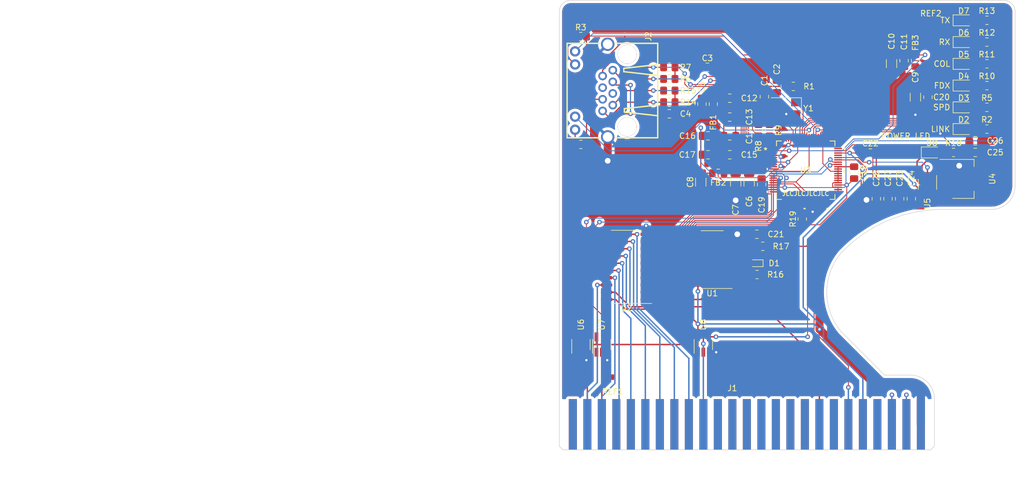
<source format=kicad_pcb>
(kicad_pcb (version 20211014) (generator pcbnew)
  (layers (0 "F.Cu" signal) (31 "B.Cu" signal) (34 "B.Paste" user) (35 "F.Paste" user) (36 "B.SilkS" user "B.Silkscreen") (37 "F.SilkS" user "F.Silkscreen") (38 "B.Mask" user) (39 "F.Mask" user) (44 "Edge.Cuts" user))
  (net 0 "")
  (net 1 "Earth")
  (net 2 "/W5100_TXLP")
  (net 3 "/W5100_TXLN")
  (net 4 "Net-(C3-Pad1)")
  (net 5 "GNDA")
  (net 6 "+3.3V")
  (net 7 "Net-(C5-Pad1)")
  (net 8 "+1V8")
  (net 9 "/LS139B14")
  (net 10 "/W5100_READ")
  (net 11 "+5V")
  (net 12 "/LS139A04")
  (net 13 "/W5100_LINKLED")
  (net 14 "Net-(D2-Pad2)")
  (net 15 "/W5100_SPDLED")
  (net 16 "Net-(D3-Pad2)")
  (net 17 "/W5100_FDXLED")
  (net 18 "Net-(D4-Pad2)")
  (net 19 "/W5100_COLLED")
  (net 20 "Net-(D5-Pad2)")
  (net 21 "/W5100_RXLED")
  (net 22 "Net-(D6-Pad2)")
  (net 23 "/W5100_TXLED")
  (net 24 "Net-(D7-Pad2)")
  (net 25 "Net-(D8-Pad2)")
  (net 26 "/~{IO_SELECT}")
  (net 27 "/A00")
  (net 28 "/A01")
  (net 29 "/A02")
  (net 30 "/A03")
  (net 31 "/A04")
  (net 32 "/A05")
  (net 33 "/A06")
  (net 34 "/A07")
  (net 35 "/A08")
  (net 36 "/A09")
  (net 37 "/A10")
  (net 38 "/A11")
  (net 39 "/A12")
  (net 40 "/A13")
  (net 41 "/A14")
  (net 42 "/A15")
  (net 43 "/R{slash}~{W}")
  (net 44 "/NC{slash}Sync")
  (net 45 "/~{IO_STROBE}")
  (net 46 "/RDY")
  (net 47 "/~{DMA}")
  (net 48 "/INT_IN")
  (net 49 "/DMA_IN")
  (net 50 "/~{NMI}")
  (net 51 "/~{IRQ}")
  (net 52 "/~{RESET}")
  (net 53 "/~{INH}")
  (net 54 "-12V")
  (net 55 "-5V")
  (net 56 "/NC{slash}Color")
  (net 57 "/7M")
  (net 58 "/Q3")
  (net 59 "/Phi1")
  (net 60 "/USER_1")
  (net 61 "/Phi0")
  (net 62 "/~{DEVICE_SELECT}")
  (net 63 "/D07")
  (net 64 "/D06")
  (net 65 "/D05")
  (net 66 "/D04")
  (net 67 "/D03")
  (net 68 "/D02")
  (net 69 "/D01")
  (net 70 "/D00")
  (net 71 "+12V")
  (net 72 "/RJ45TD+")
  (net 73 "/RJ45TD-")
  (net 76 "/RJ45RD+")
  (net 77 "/RJ45RD-")
  (net 78 "/RJ45LINKLED")
  (net 79 "/RJ45FDXLED")
  (net 80 "Net-(R8-Pad1)")
  (net 81 "/W5100_RSET_BG")
  (net 82 "/LS139A05")
  (net 83 "/W5100_SCS")
  (net 84 "/LS139A06")
  (net 85 "/LS139A07")
  (net 86 "/LS139B09")
  (net 87 "/LS139B10")
  (net 88 "/LS139B11")
  (net 89 "/LS139B12")
  (net 90 "/W5100_DATA0")
  (net 91 "/W5100_DATA1")
  (net 92 "/W5100_DATA2")
  (net 93 "/W5100_DATA3")
  (net 94 "/W5100_DATA4")
  (net 95 "/W5100_DATA5")
  (net 96 "/W5100_DATA6")
  (net 97 "/W5100_DATA7")
  (net 99 "/W5100_MISO")
  (net 100 "/W5100_MOSI")
  (net 101 "/W5100_SCLK")
  (net 102 "/W5100_A1")
  (net 103 "/W5100_A0")
  (net 104 "/W5100_CS")
  (net 105 "/W5100_INT")
  (net 106 "/W5100_WRITE")
  (net 117 "+3V3A")
  (net 118 "+1V8A")
  (footprint "Capacitor_SMD:C_0805_2012Metric_Pad1.18x1.45mm_HandSolder" (layer "F.Cu") (at 232.264628 77.45 90)
    (fp_text reference "C2")
    (fp_text value "13pF")
  )
  (footprint "Capacitor_SMD:C_0805_2012Metric_Pad1.18x1.45mm_HandSolder" (layer "F.Cu") (at 267.0125 89.015 180)
    (fp_text reference "C25")
    (fp_text value "22uF")
  )
  (footprint "Inductor_SMD:L_0805_2012Metric_Pad1.15x1.40mm_HandSolder" (layer "F.Cu") (at 221.13 80.54 90)
    (fp_text reference "FB1")
    (fp_text value "1uH, 250mA")
  )
  (footprint "Capacitor_SMD:C_0805_2012Metric_Pad1.18x1.45mm_HandSolder" (layer "F.Cu") (at 220.2 89.415)
    (fp_text reference "C17")
    (fp_text value "0.1uF")
  )
  (footprint "Resistor_SMD:R_0805_2012Metric_Pad1.20x1.40mm_HandSolder" (layer "F.Cu") (at 269.05 65.875)
    (fp_text reference "R13")
    (fp_text value "600")
  )
  (footprint "Resistor_SMD:R_0805_2012Metric_Pad1.20x1.40mm_HandSolder" (layer "F.Cu") (at 213.426107 78.1775)
    (fp_text reference "R15")
    (fp_text value "49.9")
  )
  (footprint "Capacitor_SMD:C_0805_2012Metric_Pad1.18x1.45mm_HandSolder" (layer "F.Cu") (at 220.092107 74.1025)
    (fp_text reference "C3")
    (fp_text value "0.1uF")
  )
  (footprint "Capacitor_SMD:C_0805_2012Metric_Pad1.18x1.45mm_HandSolder" (layer "F.Cu") (at 213.426107 82.2525)
    (fp_text reference "C4")
    (fp_text value "0.1uF")
  )
  (footprint "Capacitor_SMD:C_0805_2012Metric_Pad1.18x1.45mm_HandSolder" (layer "F.Cu") (at 245.795 92.552501 90)
    (fp_text reference "C18")
    (fp_text value "0.1uF")
  )
  (footprint "Apple2Uthernet:80LQFP_W5100_WIZ" (layer "F.Cu") (at 237.315 92.115)
    (fp_text reference "U3")
    (fp_text value "W5100")
  )
  (footprint "Capacitor_SMD:C_1206_3216Metric_Pad1.33x1.80mm_HandSolder" (layer "F.Cu") (at 252.35 73.452 -90)
    (fp_text reference "C10")
    (fp_text value "10uF/16V")
  )
  (footprint "Capacitor_SMD:C_0805_2012Metric_Pad1.18x1.45mm_HandSolder" (layer "F.Cu") (at 267.0125 86.97 180)
    (fp_text reference "C26")
    (fp_text value "0.1uF")
  )
  (footprint "Resistor_SMD:R_0805_2012Metric_Pad1.20x1.40mm_HandSolder" (layer "F.Cu") (at 235.15 77.45 180)
    (fp_text reference "R1")
    (fp_text value "1M")
  )
  (footprint "Resistor_SMD:R_0805_2012Metric_Pad1.20x1.40mm_HandSolder" (layer "F.Cu") (at 197.925107 87.615)
    (fp_text reference "R4" hide)
    (fp_text value "330")
  )
  (footprint "LED_SMD:LED_0805_2012Metric_Pad1.15x1.40mm_HandSolder" (layer "F.Cu") (at 264.995 73.495)
    (fp_text reference "D5")
    (fp_text value "COL")
  )
  (footprint "LED_SMD:LED_0805_2012Metric_Pad1.15x1.40mm_HandSolder" (layer "F.Cu") (at 264.995 77.305)
    (fp_text reference "D4")
    (fp_text value "FDX")
  )
  (footprint "Fiducial:Fiducial_1mm_Mask3mm" (layer "F.Cu") (at 203.5 128.365 180)
    (fp_text reference "REF1")
    (fp_text value "Fiducial_1mm_Mask3mm")
  )
  (footprint "Package_SO:SO-20_5.3x12.6mm_P1.27mm" (layer "F.Cu") (at 205.9 109.055 180)
    (fp_text reference "U2")
    (fp_text value "74LS245")
  )
  (footprint "LED_SMD:LED_0805_2012Metric_Pad1.15x1.40mm_HandSolder" (layer "F.Cu") (at 264.995 69.685)
    (fp_text reference "D6")
    (fp_text value "RX")
  )
  (footprint "Capacitor_SMD:C_0805_2012Metric_Pad1.18x1.45mm_HandSolder" (layer "F.Cu") (at 228.76 103.34 180)
    (fp_text reference "C21")
    (fp_text value "22pF")
  )
  (footprint "Capacitor_SMD:C_1206_3216Metric_Pad1.33x1.80mm_HandSolder" (layer "F.Cu") (at 225.05 94.214745 -90)
    (fp_text reference "C7")
    (fp_text value "10uF/16V")
  )
  (footprint "Diode_SMD:D_SOD-523" (layer "F.Cu") (at 228.6975 108.42 180)
    (fp_text reference "D1")
    (fp_text value "1N914BWS")
  )
  (footprint "LED_SMD:LED_0805_2012Metric_Pad1.15x1.40mm_HandSolder" (layer "F.Cu") (at 264.995 65.875)
    (fp_text reference "D7")
    (fp_text value "TX")
  )
  (footprint "Resistor_SMD:R_0805_2012Metric_Pad1.20x1.40mm_HandSolder" (layer "F.Cu") (at 228.7975 110.4)
    (fp_text reference "R16")
    (fp_text value "4.7K")
  )
  (footprint "Resistor_SMD:R_0805_2012Metric_Pad1.20x1.40mm_HandSolder" (layer "F.Cu") (at 269.05 84.925)
    (fp_text reference "R2")
    (fp_text value "600")
  )
  (footprint "Resistor_SMD:R_0805_2012Metric_Pad1.20x1.40mm_HandSolder" (layer "F.Cu") (at 231 85.136 90)
    (fp_text reference "R9")
    (fp_text value "12K(1%)")
  )
  (footprint "Crystal:Crystal_SMD_5032-4Pin_5.0x3.2mm" (layer "F.Cu") (at 233.914628 81.284991 180)
    (fp_text reference "Y1")
    (fp_text value "25Mhz")
  )
  (footprint "Inductor_SMD:L_0805_2012Metric_Pad1.15x1.40mm_HandSolder" (layer "F.Cu") (at 256.53 72.944 90)
    (fp_text reference "FB3")
    (fp_text value "1uH, 250mA")
  )
  (footprint "Package_TO_SOT_SMD:SOT-223-3_TabPin2" (layer "F.Cu") (at 264.9 93.642)
    (fp_text reference "U4")
    (fp_text value "NCP1117-3.3_SOT223")
  )
  (footprint "Capacitor_SMD:C_1206_3216Metric_Pad1.33x1.80mm_HandSolder" (layer "F.Cu") (at 218.94 94.214745 -90)
    (fp_text reference "C8")
    (fp_text value "10uF/16V")
  )
  (footprint "Resistor_SMD:R_0805_2012Metric_Pad1.20x1.40mm_HandSolder" (layer "F.Cu") (at 213.426107 80.215)
    (fp_text reference "R14")
    (fp_text value "49.9")
  )
  (footprint "Apple2Uthernet:RJ45-TH_XKB_X12ADAB1A3DY1027" (layer "F.Cu") (at 200.225107 78.1775 90)
    (fp_text reference "J2")
    (fp_text value "RJ45_LED_Shielded")
  )
  (footprint "Capacitor_SMD:C_0805_2012Metric_Pad1.18x1.45mm_HandSolder" (layer "F.Cu") (at 249.685 97.127 90)
    (fp_text reference "C28")
    (fp_text value "0.1uF")
  )
  (footprint "Package_SO:SOP-16_3.9x9.9mm_P1.27mm" (layer "F.Cu") (at 220.94 107.785 180)
    (fp_text reference "U1")
    (fp_text value "74LS139")
  )
  (footprint "LED_SMD:LED_0805_2012Metric_Pad1.15x1.40mm_HandSolder" (layer "F.Cu") (at 264.995 84.925)
    (fp_text reference "D2")
    (fp_text value "LINK")
  )
  (footprint "Fiducial:Fiducial_1mm_Mask3mm" (layer "F.Cu") (at 259.232 67.215)
    (fp_text reference "REF2")
    (fp_text value "Fiducial_1mm_Mask3mm")
  )
  (footprint "Inductor_SMD:L_0805_2012Metric_Pad1.15x1.40mm_HandSolder" (layer "F.Cu") (at 221.99 92.652245 180)
    (fp_text reference "FB2")
    (fp_text value "1uH, 250mA")
  )
  (footprint "Package_TO_SOT_SMD:SOT-23-5_HandSoldering" (layer "F.Cu") (at 197.95 122.655 90)
    (fp_text reference "U6")
    (fp_text value "74LVC1G17")
  )
  (footprint "Resistor_SMD:R_0805_2012Metric_Pad1.20x1.40mm_HandSolder" (layer "F.Cu") (at 213.426107 74.1025)
    (fp_text reference "R7")
    (fp_text value "49.9")
  )
  (footprint "Resistor_SMD:R_0805_2012Metric_Pad1.20x1.40mm_HandSolder" (layer "F.Cu") (at 213.426107 76.14)
    (fp_text reference "R6")
    (fp_text value "49.9")
  )
  (footprint "Resistor_SMD:R_0805_2012Metric_Pad1.20x1.40mm_HandSolder" (layer "F.Cu") (at 269.05 81.115)
    (fp_text reference "R5")
    (fp_text value "600")
  )
  (footprint "Resistor_SMD:R_0805_2012Metric_Pad1.20x1.40mm_HandSolder" (layer "F.Cu") (at 269.05 69.685)
    (fp_text reference "R12")
    (fp_text value "600")
  )
  (footprint "Capacitor_SMD:C_1206_3216Metric_Pad1.33x1.80mm_HandSolder" (layer "F.Cu") (at 256.53 79.337 -90)
    (fp_text reference "C9")
    (fp_text value "10uF/16V")
  )
  (footprint "Capacitor_SMD:C_0805_2012Metric_Pad1.18x1.45mm_HandSolder" (layer "F.Cu") (at 224.0125 79.515 180)
    (fp_text reference "C12")
    (fp_text value "0.1uF")
  )
  (footprint "Capacitor_SMD:C_0805_2012Metric_Pad1.18x1.45mm_HandSolder" (layer "F.Cu") (at 219.144987 80.54 -90)
    (fp_text reference "C5")
    (fp_text value "0.1uF")
  )
  (footprint "Resistor_SMD:R_0805_2012Metric_Pad1.20x1.40mm_HandSolder" (layer "F.Cu") (at 197.925107 68.715)
    (fp_text reference "R3")
    (fp_text value "330")
  )
  (footprint "Capacitor_SMD:C_1206_3216Metric_Pad1.33x1.80mm_HandSolder" (layer "F.Cu") (at 227.413 94.214745 -90)
    (fp_text reference "C6")
    (fp_text value "3.3uF/16V")
  )
  (footprint "Resistor_SMD:R_0805_2012Metric_Pad1.20x1.40mm_HandSolder" (layer "F.Cu") (at 269.05 77.305)
    (fp_text reference "R10")
    (fp_text value "600")
  )
  (footprint "Capacitor_SMD:C_0805_2012Metric_Pad1.18x1.45mm_HandSolder" (layer "F.Cu") (at 224.0125 82.815 180)
    (fp_text reference "C13")
    (fp_text value "0.1uF")
  )
  (footprint "Resistor_SMD:R_0805_2012Metric_Pad1.20x1.40mm_HandSolder" (layer "F.Cu") (at 269.05 73.495)
    (fp_text reference "R11")
    (fp_text value "600")
  )
  (footprint "Capacitor_SMD:C_0805_2012Metric_Pad1.18x1.45mm_HandSolder" (layer "F.Cu") (at 224.0125 89.415 180)
    (fp_text reference "C15")
    (fp_text value "0.1uF")
  )
  (footprint "Resistor_SMD:R_0805_2012Metric_Pad1.20x1.40mm_HandSolder" (layer "F.Cu") (at 263.2 89.015)
    (fp_text reference "R18")
    (fp_text value "1450")
  )
  (footprint "LED_SMD:LED_0805_2012Metric_Pad1.15x1.40mm_HandSolder" (layer "F.Cu") (at 264.995 81.115)
    (fp_text reference "D3")
    (fp_text value "SPD")
  )
  (footprint "Resistor_SMD:R_0805_2012Metric_Pad1.20x1.40mm_HandSolder" (layer "F.Cu") (at 229.7975 105.456)
    (fp_text reference "R17")
    (fp_text value "49.9")
  )
  (footprint "Capacitor_SMD:C_0805_2012Metric_Pad1.18x1.45mm_HandSolder" (layer "F.Cu") (at 248.6475 89.115001)
    (fp_text reference "C22")
    (fp_text value "0.0001uF")
  )
  (footprint "Capacitor_SMD:C_0805_2012Metric_Pad1.18x1.45mm_HandSolder" (layer "F.Cu") (at 220.2 86.115)
    (fp_text reference "C16")
    (fp_text value "0.1uF")
  )
  (footprint "LED_SMD:LED_0805_2012Metric_Pad1.15x1.40mm_HandSolder" (layer "F.Cu") (at 259.42 89.015)
    (fp_text reference "D8")
    (fp_text value "POWER LED")
  )
  (footprint "Apple2Uthernet:Bus_Apple_II_Card" (layer "F.Cu") (at 196.53 136.66)
    (fp_text reference "J1")
    (fp_text value "Apple II Bus Card Edge")
    (fp_line (start 62.695 4.445) (end 63.33 3.81) (layer "Edge.Cuts") (width 0.1))
    (fp_line (start -1.735 4.445) (end 62.695 4.445) (layer "Edge.Cuts") (width 0.1))
    (fp_line (start -2.37 -4.445) (end -2.37 3.81) (layer "Edge.Cuts") (width 0.1))
    (fp_line (start -2.37 3.81) (end -1.735 4.445) (layer "Edge.Cuts") (width 0.1))
    (fp_line (start 63.33 3.81) (end 63.33 -4.445) (layer "Edge.Cuts") (width 0.1))
  )
  (footprint "Resistor_SMD:R_0805_2012Metric_Pad1.20x1.40mm_HandSolder" (layer "F.Cu") (at 236.715001 100.675 90)
    (fp_text reference "R19")
    (fp_text value "4.7K")
  )
  (footprint "Package_TO_SOT_SMD:SOT-23-5_HandSoldering" (layer "F.Cu") (at 219.39 122.655 90)
    (fp_text reference "U8")
    (fp_text value "74LVC1G17")
  )
  (footprint "Package_TO_SOT_SMD:SOT-23-5_HandSoldering" (layer "F.Cu") (at 201.61 122.655 90)
    (fp_text reference "U7")
    (fp_text value "74LVC1G17")
  )
  (footprint "Resistor_SMD:R_0805_2012Metric_Pad1.20x1.40mm_HandSolder" (layer "F.Cu") (at 229.04 85.136 -90)
    (fp_text reference "R8")
    (fp_text value "300(1%)")
  )
  (footprint "Capacitor_SMD:C_0805_2012Metric_Pad1.18x1.45mm_HandSolder" (layer "F.Cu") (at 229.6 94.623 90)
    (fp_text reference "C19")
    (fp_text value "0.1uF")
  )
  (footprint "Capacitor_SMD:C_0805_2012Metric_Pad1.18x1.45mm_HandSolder" (layer "F.Cu") (at 258.724 79.337 -90)
    (fp_text reference "C20")
    (fp_text value "0.1uF")
  )
  (footprint "Capacitor_SMD:C_0805_2012Metric_Pad1.18x1.45mm_HandSolder" (layer "F.Cu") (at 224.0125 86.115 180)
    (fp_text reference "C14")
    (fp_text value "0.1uF")
  )
  (footprint "Capacitor_SMD:C_0805_2012Metric_Pad1.18x1.45mm_HandSolder" (layer "F.Cu") (at 253.775 97.127 90)
    (fp_text reference "C23")
    (fp_text value "0.1uF")
  )
  (footprint "Capacitor_SMD:C_0805_2012Metric_Pad1.18x1.45mm_HandSolder" (layer "F.Cu") (at 230.08 79.247491 90)
    (fp_text reference "C1")
    (fp_text value "13pF")
  )
  (footprint "Capacitor_SMD:C_0805_2012Metric_Pad1.18x1.45mm_HandSolder" (layer "F.Cu") (at 254.54 72.944 -90)
    (fp_text reference "C11")
    (fp_text value "0.01uF")
  )
  (footprint "Capacitor_SMD:C_0805_2012Metric_Pad1.18x1.45mm_HandSolder" (layer "F.Cu") (at 255.82 97.127 90)
    (fp_text reference "C24")
    (fp_text value "10uF")
  )
  (footprint "Capacitor_SMD:C_0805_2012Metric_Pad1.18x1.45mm_HandSolder" (layer "F.Cu") (at 251.73 97.127 90)
    (fp_text reference "C27")
    (fp_text value "0.1uF")
  )
  (footprint "Package_TO_SOT_SMD:SOT-23-5_HandSoldering" (layer "F.Cu") (at 258.641 94.592 -90)
    (fp_text reference "U5")
    (fp_text value "74LVC1G07")
  )
  (gr_line (start 255.661 128.016) (end 251.14 128.016) (layer "Edge.Cuts") (width 0.1))
  (gr_arc (start 243.52 106.625) (mid 251.304144 101.11589) (end 260.604 99.005) (layer "Edge.Cuts") (width 0.1))
  (gr_line (start 272 62.365) (end 196.16 62.365) (layer "Edge.Cuts") (width 0.1))
  (gr_arc (start 255.661 128.016) (mid 258.630141 129.245859) (end 259.86 132.215) (layer "Edge.Cuts") (width 0.1))
  (gr_line (start 274 94.805) (end 274 64.365) (layer "Edge.Cuts") (width 0.1))
  (gr_line (start 260.604 99.005) (end 269.8 99.005) (layer "Edge.Cuts") (width 0.1))
  (gr_line (start 194.16 132.215) (end 194.16 64.365) (layer "Edge.Cuts") (width 0.1))
  (gr_line (start 251.14 128.016) (end 243.52 120.396) (layer "Edge.Cuts") (width 0.1))
  (gr_arc (start 194.16 64.365) (mid 194.745786 62.950786) (end 196.16 62.365) (layer "Edge.Cuts") (width 0.1))
  (gr_arc (start 272 62.365) (mid 273.414214 62.950786) (end 274 64.365) (layer "Edge.Cuts") (width 0.1))
  (gr_arc (start 274 94.805) (mid 272.769848 97.774848) (end 269.8 99.005) (layer "Edge.Cuts") (width 0.1))
  (gr_arc (start 243.52 120.396) (mid 241.013883 113.5105) (end 243.52 106.625) (layer "Edge.Cuts") (width 0.1))
  (gr_text "JLCJLCJLCJLC" (at 237.315 96.215) (layer "F.SilkS") (effects (font (size 0.8 0.8))))
  (segment (start 230.08 80.284991) (end 232.264628 80.284991) (width 0.2) (layer "F.Cu") (net 1))
  (segment (start 223.44 103.34) (end 225.331 103.34) (width 1.4) (layer "F.Cu") (net 1))
  (segment (start 221.99 91.996629) (end 222.975 91.011629) (width 0.15) (layer "F.Cu") (net 1))
  (segment (start 232.264628 78.4875) (end 232.264628 80.284991) (width 0.2) (layer "F.Cu") (net 1))
  (segment (start 240.314612 87.541) (end 238.314617 87.541) (width 0.15) (layer "F.Cu") (net 1))
  (segment (start 222.41 103.34) (end 223.44 103.34) (width 0.25) (layer "F.Cu") (net 1))
  (segment (start 233.914628 82.284991) (end 235.564628 82.284991) (width 0.2) (layer "F.Cu") (net 1))
  (segment (start 225.05 95.777245) (end 224.554115 95.777245) (width 0.15) (layer "F.Cu") (net 1))
  (segment (start 221.775 109.69) (end 220.505 110.96) (width 0.25) (layer "F.Cu") (net 1))
  (segment (start 247.96 97.328) (end 249.1985 96.0895) (width 1.4) (layer "F.Cu") (net 1))
  (segment (start 241.115 97.78555) (end 238.715 97.78555) (width 0.15) (layer "F.Cu") (net 1))
  (segment (start 242.0311 94.45) (end 242.0311 94.98) (width 0.15) (layer "F.Cu") (net 1))
  (segment (start 242.98555 92.315) (end 241.664405 92.315) (width 0.15) (layer "F.Cu") (net 1))
  (segment (start 221.99 93.21313) (end 221.99 91.996629) (width 0.15) (layer "F.Cu") (net 1))
  (segment (start 238.178 98.895) (end 238.531 98.895) (width 0.15) (layer "F.Cu") (net 1))
  (segment (start 237.515 97.78555) (end 237.515 96.8418) (width 0.15) (layer "F.Cu") (net 1))
  (segment (start 199.629607 83.292) (end 202.635107 86.2975) (width 0.2) (layer "F.Cu") (net 1))
  (segment (start 249.685 89.115001) (end 249.685 96.0895) (width 0.2) (layer "F.Cu") (net 1))
  (segment (start 242.98555 91.515001) (end 245.795 91.515001) (width 0.2) (layer "F.Cu") (net 1))
  (segment (start 264.2 89.015) (end 264.2 89.0149) (width 0.15) (layer "F.Cu") (net 1))
  (segment (start 232.434293 94.715) (end 228.825 94.715) (width 0.15) (layer "F.Cu") (net 1))
  (segment (start 264.2 89.015) (end 265.975 89.015) (width 1.4) (layer "F.Cu") (net 1))
  (segment (start 222.975 91.011629) (end 222.975 89.415) (width 0.15) (layer "F.Cu") (net 1))
  (segment (start 238.314617 87.541) (end 238.314617 86.444837) (width 0.15) (layer "F.Cu") (net 1))
  (segment (start 257.691 91.2953) (end 257.691 93.242) (width 0.25) (layer "F.Cu") (net 1))
  (segment (start 242.166099 94.315001) (end 242.0311 94.45) (width 0.15) (layer "F.Cu") (net 1))
  (segment (start 242.98555 94.315001) (end 242.166099 94.315001) (width 0.15) (layer "F.Cu") (net 1))
  (segment (start 237.515 96.8418) (end 235.192299 94.519099) (width 0.15) (layer "F.Cu") (net 1))
  (segment (start 202.635107 86.2975) (end 202.635107 90.4785) (width 1.4) (layer "F.Cu") (net 1))
  (segment (start 231.64445 93.515) (end 231.64445 93.115001) (width 0.15) (layer "F.Cu") (net 1))
  (segment (start 225.331 103.34) (end 227.7225 103.34) (width 1.4) (layer "F.Cu") (net 1))
  (segment (start 238.715 98.711) (end 238.715 97.78555) (width 0.15) (layer "F.Cu") (net 1))
  (segment (start 242.98555 95.915) (end 242.98555 95.114999) (width 0.15) (layer "F.Cu") (net 1))
  (segment (start 239.914613 85.619511) (end 239.914613 86.44445) (width 0.15) (layer "F.Cu") (net 1))
  (segment (start 256.53 82.414148) (end 256.53 80.8995) (width 0.15) (layer "F.Cu") (net 1))
  (segment (start 264.2 89.0149) (end 260.8996 85.7145) (width 0.15) (layer "F.Cu") (net 1))
  (segment (start 240.314612 90.965207) (end 240.314612 86.444837) (width 0.15) (layer "F.Cu") (net 1))
  (segment (start 227.762755 95.777245) (end 225.05 95.777245) (width 0.15) (layer "F.Cu") (net 1))
  (segment (start 242.98555 95.915) (end 241.115 97.78555) (width 0.15) (layer "F.Cu") (net 1))
  (segment (start 237.914999 97.78555) (end 237.515 97.78555) (width 0.15) (layer "F.Cu") (net 1))
  (segment (start 224.554115 95.777245) (end 221.99 93.21313) (width 0.15) (layer "F.Cu") (net 1))
  (segment (start 235.192299 94.519099) (end 232.630194 94.519099) (width 0.15) (layer "F.Cu") (net 1))
  (segment (start 257.055 80.3745) (end 258.724 80.3745) (width 0.15) (layer "F.Cu") (net 1))
  (segment (start 209.3625 103.34) (end 209.3625 101.8614) (width 0.25) (layer "F.Cu") (net 1))
  (segment (start 232.943 93.466499) (end 232.591502 93.115001) (width 0.15) (layer "F.Cu") (net 1))
  (segment (start 233.914628 81.934991) (end 232.264628 80.284991) (width 0.2) (layer "F.Cu") (net 1))
  (segment (start 264.2 91.342) (end 263.143 90.285) (width 0.25) (layer "F.Cu") (net 1))
  (segment (start 260.5751 85.39) (end 240.144124 85.39) (width 0.15) (layer "F.Cu") (net 1))
  (segment (start 221.775 103.975) (end 222.41 103.34) (width 0.25) (layer "F.Cu") (net 1))
  (segment (start 218.44 108.42) (end 218.038249 108.42) (width 0.25) (layer "F.Cu") (net 1))
  (segment (start 256.53 80.8995) (end 257.055 80.3745) (width 0.15) (layer "F.Cu") (net 1))
  (segment (start 264.2 91.342) (end 264.2 89.015) (width 1.4) (layer "F.Cu") (net 1))
  (segment (start 222.975 79.515) (end 222.975 89.415) (width 0.2) (layer "F.Cu") (net 1))
  (segment (start 265.975 89.015) (end 265.975 86.97) (width 1.4) (layer "F.Cu") (net 1))
  (segment (start 232.630194 94.519099) (end 232.434293 94.715) (width 0.15) (layer "F.Cu") (net 1))
  (segment (start 242.166099 95.114999) (end 242.98555 95.114999) (width 0.15) (layer "F.Cu") (net 1))
  (segment (start 218.038249 108.42) (end 217.115 109.343249) (width 0.25) (layer "F.Cu") (net 1))
  (segment (start 241.664405 92.315) (end 240.314612 90.965207) (width 0.15) (layer "F.Cu") (net 1))
  (segment (start 239.514614 86.44445) (end 240.314999 86.44445) (width 0.15) (layer "F.Cu") (net 1))
  (segment (start 222.975 79.515) (end 220.875013 79.515) (width 0.2) (layer "F.Cu") (net 1))
  (segment (start 198.9 124.005) (end 198.9 125.4) (width 0.25) (layer "F.Cu") (net 1))
  (segment (start 225.05 97.4) (end 225.05 95.824902) (width 1.4) (layer "F.Cu") (net 1))
  (segment (start 238.531 98.895) (end 238.531 99.403) (width 0.15) (layer "F.Cu") (net 1))
  (segment (start 240.144124 85.39) (end 239.914613 85.619511) (width 0.15) (layer "F.Cu") (net 1))
  (segment (start 263.143 90.285) (end 258.7013 90.285) (width 0.25) (layer "F.Cu") (net 1))
  (segment (start 229.6 93.5855) (end 229.6 94.715) (width 0.15) (layer "F.Cu") (net 1))
  (segment (start 228.825 94.715) (end 227.762755 95.777245) (width 0.15) (layer "F.Cu") (net 1))
  (segment (start 260.8996 85.7145) (end 260.5751 85.39) (width 0.15) (layer "F.Cu") (net 1))
  (segment (start 237.914999 98.631999) (end 238.178 98.895) (width 0.15) (layer "F.Cu") (net 1))
  (segment (start 232.591502 93.115001) (end 231.64445 93.115001) (width 0.15) (layer "F.Cu") (net 1))
  (segment (start 249.1985 96.0895) (end 255.82 96.0895) (width 1.4) (layer "F.Cu") (net 1))
  (segment (start 242.98555 94.315001) (end 242.98555 91.529299) (width 0.15) (layer "F.Cu") (net 1))
  (segment (start 202.635107 70.0575) (end 199.629607 73.063) (width 0.2) (layer "F.Cu") (net 1))
  (segment (start 221.775 109.69) (end 221.775 103.975) (width 0.25) (layer "F.Cu") (net 1))
  (segment (start 237.914999 97.78555) (end 237.914999 98.631999) (width 0.15) (layer "F.Cu") (net 1))
  (segment (start 242.0311 94.98) (end 242.166099 95.114999) (width 0.15) (layer "F.Cu") (net 1))
  (segment (start 261.75 91.342) (end 264.2 91.342) (width 1.4) (layer "F.Cu") (net 1))
  (segment (start 199.629607 73.063) (end 199.629607 83.292) (width 0.2) (layer "F.Cu") (net 1))
  (segment (start 217.115 110.11) (end 217.965 110.96) (width 0.25) (layer "F.Cu") (net 1))
  (segment (start 220.505 110.96) (end 217.965 110.96) (width 0.25) (layer "F.Cu") (net 1))
  (segment (start 233.914628 82.284991) (end 233.914628 81.934991) (width 0.2) (layer "F.Cu") (net 1))
  (segment (start 238.531 98.895) (end 238.715 98.711) (width 0.15) (layer "F.Cu") (net 1))
  (segment (start 202.56 124.005) (end 202.56 125.4) (width 0.25) (layer "F.Cu") (net 1))
  (segment (start 217.115 109.343249) (end 217.115 110.11) (width 0.25) (layer "F.Cu") (net 1))
  (segment (start 258.7013 90.285) (end 257.691 91.2953) (width 0.25) (layer "F.Cu") (net 1))
  (segment (start 221.64 124.005) (end 220.34 124.005) (width 0.25) (layer "F.Cu") (net 1))
  (segment (start 223.44 109.69) (end 221.775 109.69) (width 0.25) (layer "F.Cu") (net 1))
  (via (at 264.2 91.342) (size 1.4) (drill 1) (layers "F.Cu" "B.Cu") (net 1))
  (via (at 225.05 97.4) (size 1.4) (drill 1) (layers "F.Cu" "B.Cu") (net 1))
  (via (at 238.531 99.403) (size 0.8) (drill 0.4) (layers "F.Cu" "B.Cu") (net 1))
  (via (at 225.331 103.34) (size 1.4) (drill 1) (layers "F.Cu" "B.Cu") (net 1))
  (via (at 232.943 93.466499) (size 0.8) (drill 0.4) (layers "F.Cu" "B.Cu") (net 1))
  (via (at 221.64 124.005) (size 0.8) (drill 0.4) (layers "F.Cu" "B.Cu") (net 1))
  (via (at 198.9 125.4) (size 0.8) (drill 0.4) (layers "F.Cu" "B.Cu") (net 1))
  (via (at 260.8996 85.7145) (size 0.8) (drill 0.4) (layers "F.Cu" "B.Cu") (net 1))
  (via (at 233.914628 82.284991) (size 0.8) (drill 0.4) (layers "F.Cu" "B.Cu") (net 1))
  (via (at 202.635107 90.4785) (size 1.4) (drill 1) (layers "F.Cu" "B.Cu") (net 1))
  (via (at 247.96 97.328) (size 1.4) (drill 1) (layers "F.Cu" "B.Cu") (net 1))
  (via (at 209.3625 101.8614) (size 0.8) (drill 0.4) (layers "F.Cu" "B.Cu") (net 1))
  (via (at 256.53 82.414148) (size 0.8) (drill 0.4) (layers "F.Cu" "B.Cu") (net 1))
  (via (at 202.56 125.4) (size 0.8) (drill 0.4) (layers "F.Cu" "B.Cu") (net 1))
  (segment (start 257.49 136.66) (end 257.49 131.76) (width 1.4) (layer "B.Cu") (net 1))
  (segment (start 230.530129 82.284991) (end 229.0836 80.838462) (width 0.2) (layer "F.Cu") (net 2))
  (segment (start 235.114999 85.135362) (end 235.114999 86.44445) (width 0.15) (layer "F.Cu") (net 2))
  (segment (start 230.839991 77.45) (end 234.15 77.45) (width 0.2) (layer "F.Cu") (net 2))
  (segment (start 229.0836 79.206391) (end 230.08 78.209991) (width 0.2) (layer "F.Cu") (net 2))
  (segment (start 230.08 78.209991) (end 230.839991 77.45) (width 0.2) (layer "F.Cu") (net 2))
  (segment (start 232.264628 82.284991) (end 235.114999 85.135362) (width 0.15) (layer "F.Cu") (net 2))
  (segment (start 229.0836 80.838462) (end 229.0836 79.206391) (width 0.2) (layer "F.Cu") (net 2))
  (segment (start 232.264628 82.284991) (end 230.530129 82.284991) (width 0.2) (layer "F.Cu") (net 2))
  (segment (start 236.859637 81.58) (end 236.859637 83.544949) (width 0.15) (layer "F.Cu") (net 3))
  (segment (start 236.15 77.45) (end 235.1125 76.4125) (width 0.2) (layer "F.Cu") (net 3))
  (segment (start 235.564628 80.284991) (end 236.859637 81.58) (width 0.15) (layer "F.Cu") (net 3))
  (segment (start 236.15 79.699619) (end 236.15 77.45) (width 0.2) (layer "F.Cu") (net 3))
  (segment (start 235.1125 76.4125) (end 232.264628 76.4125) (width 0.2) (layer "F.Cu") (net 3))
  (segment (start 235.564628 80.284991) (end 236.15 79.699619) (width 0.2) (layer "F.Cu") (net 3))
  (segment (start 236.859637 83.544949) (end 235.515001 84.889585) (width 0.15) (layer "F.Cu") (net 3))
  (segment (start 235.515001 84.889585) (end 235.515001 86.44445) (width 0.15) (layer "F.Cu") (net 3))
  (segment (start 214.426107 74.1025) (end 219.054607 74.1025) (width 0.2) (layer "F.Cu") (net 4))
  (segment (start 214.426107 76.14) (end 214.426107 74.1025) (width 0.2) (layer "F.Cu") (net 4))
  (segment (start 226.026343 78.901026) (end 226.026343 90.767) (width 0.15) (layer "F.Cu") (net 5))
  (segment (start 228.025671 91.5004) (end 228.440271 91.915) (width 0.15) (layer "F.Cu") (net 5))
  (segment (start 221.2375 81.6725) (end 221.2375 89.415) (width 0.15) (layer "F.Cu") (net 5))
  (segment (start 217.753054 81.58) (end 221.1275 81.58) (width 0.15) (layer "F.Cu") (net 5))
  (segment (start 226.026343 90.767) (end 226.759743 91.5004) (width 0.15) (layer "F.Cu") (net 5))
  (segment (start 226.759743 91.5004) (end 228.025671 91.5004) (width 0.15) (layer "F.Cu") (net 5))
  (segment (start 221.13 81.565) (end 220.155 80.59) (width 0.15) (layer "F.Cu") (net 5))
  (segment (start 218.94 95.777245) (end 216.56 95.777245) (width 0.15) (layer "F.Cu") (net 5))
  (segment (start 231.64445 91.915) (end 232.4175 91.915) (width 0.15) (layer "F.Cu") (net 5))
  (segment (start 232.4175 91.915) (end 232.943 91.3895) (width 0.15) (layer "F.Cu") (net 5))
  (segment (start 253.517 72.944) (end 257.708 72.944) (width 0.15) (layer "F.Cu") (net 5))
  (segment (start 252.35 75.0145) (end 252.35 74.111) (width 0.15) (layer "F.Cu") (net 5))
  (segment (start 232.707 89.515) (end 230.757899 89.515) (width 0.15) (layer "F.Cu") (net 5))
  (segment (start 230.757899 89.515) (end 229.04 87.797101) (width 0.15) (layer "F.Cu") (net 5))
  (segment (start 221.1275 81.58) (end 221.13 81.5775) (width 0.15) (layer "F.Cu") (net 5))
  (segment (start 252.35 74.111) (end 253.517 72.944) (width 0.15) (layer "F.Cu") (net 5))
  (segment (start 232.943 89.751) (end 232.707 89.515) (width 0.15) (layer "F.Cu") (net 5))
  (segment (start 227.99 85.086) (end 227.99 78.405) (width 0.15) (layer "F.Cu") (net 5))
  (segment (start 217.080554 82.2525) (end 217.753054 81.58) (width 0.15) (layer "F.Cu") (net 5))
  (segment (start 220.155 80.59) (end 220.155 78.972538) (width 0.15) (layer "F.Cu") (net 5))
  (segment (start 214.463607 82.2525) (end 217.080554 82.2525) (width 0.15) (layer "F.Cu") (net 5))
  (segment (start 228.440271 91.915) (end 231.64445 91.915) (width 0.15) (layer "F.Cu") (net 5))
  (segment (start 229.04 87.797101) (end 229.04 86.136) (width 0.15) (layer "F.Cu") (net 5))
  (segment (start 224.940103 77.814786) (end 226.026343 78.901026) (width 0.15) (layer "F.Cu") (net 5))
  (segment (start 220.155 78.972538) (end 221.312752 77.814786) (width 0.15) (layer "F.Cu") (net 5))
  (segment (start 234.715 87.296874) (end 234.715 86.44445) (width 0.15) (layer "F.Cu") (net 5))
  (segment (start 221.312752 77.814786) (end 224.940103 77.814786) (width 0.15) (layer "F.Cu") (net 5))
  (segment (start 234.288169 87.723705) (end 234.715 87.296874) (width 0.15) (layer "F.Cu") (net 5))
  (segment (start 229.04 86.136) (end 227.99 85.086) (width 0.15) (layer "F.Cu") (net 5))
  (segment (start 221.13 81.565) (end 221.2375 81.6725) (width 0.15) (layer "F.Cu") (net 5))
  (segment (start 216.56 95.777245) (end 216.56 82.2525) (width 0.15) (layer "F.Cu") (net 5))
  (via (at 232.943 89.751) (size 0.8) (drill 0.4) (layers "F.Cu" "B.Cu") (net 5))
  (via (at 234.288169 87.723705) (size 0.8) (drill 0.4) (layers "F.Cu" "B.Cu") (net 5))
  (via (at 232.943 91.3895) (size 0.8) (drill 0.4) (layers "F.Cu" "B.Cu") (net 5))
  (segment (start 234.288169 87.723705) (end 232.943 89.068874) (width 0.15) (layer "B.Cu") (net 5))
  (segment (start 232.943 89.068874) (end 232.943 89.751) (width 0.15) (layer "B.Cu") (net 5))
  (segment (start 232.943 89.751) (end 232.943 91.3895) (width 0.15) (layer "B.Cu") (net 5))
  (segment (start 268.05 86.97) (end 270.05 86.97) (width 1.4) (layer "F.Cu") (net 6))
  (segment (start 239.815 101.675) (end 236.715001 101.675) (width 0.15) (layer "F.Cu") (net 6))
  (segment (start 244.670001 94.715) (end 245.795 93.590001) (width 0.15) (layer "F.Cu") (net 6))
  (segment (start 233.191003 92.714999) (end 231.64445 92.714999) (width 0.15) (layer "F.Cu") (net 6))
  (segment (start 258.724 78.2995) (end 261.7486 75.2749) (width 0.15) (layer "F.Cu") (net 6))
  (segment (start 233.942503 93.466499) (end 233.191003 92.714999) (width 0.15) (layer "F.Cu") (net 6))
  (segment (start 270.05 86.97) (end 270.05 65.875) (width 1.4) (layer "F.Cu") (net 6))
  (segment (start 256.53 77.7745) (end 257.055 78.2995) (width 0.15) (layer "F.Cu") (net 6))
  (segment (start 244.5 94.715) (end 244.670001 94.715) (width 0.15) (layer "F.Cu") (net 6))
  (segment (start 233.592 95.114999) (end 231.64445 95.114999) (width 0.15) (layer "F.Cu") (net 6))
  (segment (start 261.7486 66.3634) (end 263.804 64.308) (width 0.15) (layer "F.Cu") (net 6))
  (segment (start 268.05 93.642) (end 268.05 86.97) (width 1.4) (layer "F.Cu") (net 6))
  (segment (start 261.75 93.642) (end 268.05 93.642) (width 1.4) (layer "F.Cu") (net 6))
  (segment (start 263.804 64.308) (end 268.483 64.308) (width 0.15) (layer "F.Cu") (net 6))
  (segment (start 261.7486 75.2749) (end 261.7486 66.3634) (width 0.15) (layer "F.Cu") (net 6))
  (segment (start 257.055 78.2995) (end 258.724 78.2995) (width 0.15) (layer "F.Cu") (net 6))
  (segment (start 268.483 64.308) (end 270.05 65.875) (width 0.15) (layer "F.Cu") (net 6))
  (segment (start 233.6425 95.165499) (end 233.592 95.114999) (width 0.15) (layer "F.Cu") (net 6))
  (segment (start 244.5 94.715) (end 244.5 96.99) (width 0.15) (layer "F.Cu") (net 6))
  (segment (start 230.145501 95.114999) (end 229.6 95.6605) (width 0.15) (layer "F.Cu") (net 6))
  (segment (start 244.5 94.715) (end 242.98555 94.715) (width 0.15) (layer "F.Cu") (net 6))
  (segment (start 256.53 73.969) (end 256.53 77.7745) (width 0.15) (layer "F.Cu") (net 6))
  (segment (start 244.5 96.99) (end 239.815 101.675) (width 0.15) (layer "F.Cu") (net 6))
  (segment (start 231.64445 95.114999) (end 230.145501 95.114999) (width 0.15) (layer "F.Cu") (net 6))
  (via (at 233.6425 95.165499) (size 0.8) (drill 0.4) (layers "F.Cu" "B.Cu") (net 6))
  (via (at 233.942503 93.466499) (size 0.8) (drill 0.4) (layers "F.Cu" "B.Cu") (net 6))
  (via (at 270.05 86.97) (size 0.8) (drill 0.4) (layers "F.Cu" "B.Cu") (net 6))
  (via (at 244.5 94.715) (size 0.8) (drill 0.4) (layers "F.Cu" "B.Cu") (net 6))
  (segment (start 233.942503 93.466499) (end 233.6425 93.766502) (width 0.2) (layer "B.Cu") (net 6))
  (segment (start 244.049501 95.165499) (end 244.5 94.715) (width 0.15) (layer "B.Cu") (net 6))
  (segment (start 244.367957 94.582957) (end 244.5 94.715) (width 0.15) (layer "B.Cu") (net 6))
  (segment (start 270.05 86.97) (end 245.833 86.97) (width 0.15) (layer "B.Cu") (net 6))
  (segment (start 244.367957 88.435043) (end 244.367957 94.582957) (width 0.15) (layer "B.Cu") (net 6))
  (segment (start 233.6425 95.165499) (end 244.049501 95.165499) (width 0.15) (layer "B.Cu") (net 6))
  (segment (start 245.833 86.97) (end 244.367957 88.435043) (width 0.15) (layer "B.Cu") (net 6))
  (segment (start 233.6425 93.766502) (end 233.6425 95.165499) (width 0.2) (layer "B.Cu") (net 6))
  (segment (start 214.426107 80.215) (end 218.432487 80.215) (width 0.2) (layer "F.Cu") (net 7))
  (segment (start 214.426107 78.1775) (end 214.426107 80.215) (width 0.2) (layer "F.Cu") (net 7))
  (segment (start 218.432487 80.215) (end 219.144987 79.5025) (width 0.2) (layer "F.Cu") (net 7))
  (segment (start 235.6005 94.1865) (end 238.315001 96.901001) (width 0.15) (layer "F.Cu") (net 8))
  (segment (start 222.875008 92.652245) (end 230.148343 92.652245) (width 0.2) (layer "F.Cu") (net 8))
  (segment (start 230.148343 92.652245) (end 230.485588 92.315) (width 0.15) (layer "F.Cu") (net 8))
  (segment (start 237.914999 91.872) (end 235.6005 94.1865) (width 0.15) (layer "F.Cu") (net 8))
  (segment (start 237.914999 86.44445) (end 237.914999 91.872) (width 0.15) (layer "F.Cu") (net 8))
  (segment (start 235.6005 94.1865) (end 232.748853 94.1865) (width 0.15) (layer "F.Cu") (net 8))
  (segment (start 231.64445 94.315001) (end 231.64445 93.914999) (width 0.15) (layer "F.Cu") (net 8))
  (segment (start 232.748853 94.1865) (end 232.477352 93.914999) (width 0.15) (layer "F.Cu") (net 8))
  (segment (start 230.485588 92.315) (end 231.64445 92.315) (width 0.15) (layer "F.Cu") (net 8))
  (segment (start 238.315001 96.901001) (end 238.315001 97.78555) (width 0.15) (layer "F.Cu") (net 8))
  (segment (start 231.64445 92.315) (end 237.472 92.315) (width 0.15) (layer "F.Cu") (net 8))
  (segment (start 225.05 79.515) (end 225.05 92.652245) (width 0.2) (layer "F.Cu") (net 8))
  (segment (start 232.477352 93.914999) (end 231.64445 93.914999) (width 0.15) (layer "F.Cu") (net 8))
  (segment (start 229.6939 106.132326) (end 229.3975 106.428726) (width 0.25) (layer "F.Cu") (net 9))
  (segment (start 221.5264 102.3186) (end 228.286326 102.3186) (width 0.25) (layer "F.Cu") (net 9))
  (segment (start 229.3975 110) (end 229.7975 110.4) (width 0.25) (layer "F.Cu") (net 9))
  (segment (start 229.6939 103.726174) (end 229.6939 106.132326) (width 0.25) (layer "F.Cu") (net 9))
  (segment (start 229.3975 106.428726) (end 229.3975 110) (width 0.25) (layer "F.Cu") (net 9))
  (segment (start 218.44 109.69) (end 220.505 109.69) (width 0.25) (layer "F.Cu") (net 9))
  (segment (start 221.14 109.055) (end 221.14 102.705) (width 0.25) (layer "F.Cu") (net 9))
  (segment (start 220.505 109.69) (end 221.14 109.055) (width 0.25) (layer "F.Cu") (net 9))
  (segment (start 228.286326 102.3186) (end 229.6939 103.726174) (width 0.25) (layer "F.Cu") (net 9))
  (segment (start 221.14 102.705) (end 221.5264 102.3186) (width 0.25) (layer "F.Cu") (net 9))
  (segment (start 237.406116 105.456) (end 230.7975 105.456) (width 0.2) (layer "F.Cu") (net 10))
  (segment (start 247.269 92.019) (end 247.04 92.248) (width 0.2) (layer "F.Cu") (net 10))
  (segment (start 242.98555 89.115001) (end 245.014357 89.115001) (width 0.15) (layer "F.Cu") (net 10))
  (segment (start 247.04 95.822116) (end 237.406116 105.456) (width 0.2) (layer "F.Cu") (net 10))
  (segment (start 247.269 92.009221) (end 247.269 92.019) (width 0.2) (layer "F.Cu") (net 10))
  (segment (start 247.61 89.115001) (end 245.014357 89.115001) (width 0.15) (layer "F.Cu") (net 10))
  (segment (start 247.04 92.248) (end 247.04 95.822116) (width 0.2) (layer "F.Cu") (net 10))
  (via (at 245.014357 89.115001) (size 0.8) (drill 0.4) (layers "F.Cu" "B.Cu") (net 10))
  (via (at 247.269 92.009221) (size 0.8) (drill 0.4) (layers "F.Cu" "B.Cu") (net 10))
  (segment (start 247.269 92.009221) (end 247.269 91.377) (width 0.2) (layer "B.Cu") (net 10))
  (segment (start 247.269 91.377) (end 245.007001 89.115001) (width 0.2) (layer "B.Cu") (net 10))
  (segment (start 198.23 122.655) (end 196.88 121.305) (width 0.25) (layer "F.Cu") (net 11))
  (segment (start 202.4375 114.77) (end 204.03 114.77) (width 0.25) (layer "F.Cu") (net 11))
  (segment (start 218.44 119.055) (end 218.44 122.655) (width 0.25) (layer "F.Cu") (net 11))
  (segment (start 257.4412 94.592) (end 256.82 93.9708) (width 0.25) (layer "F.Cu") (net 11))
  (segment (start 200.66 121.305) (end 200.66 122.655) (width 0.25) (layer "F.Cu") (net 11))
  (segment (start 259.591 96.461) (end 259.591 95.942) (width 1.4) (layer "F.Cu") (net 11))
  (segment (start 257.49 130.765) (end 257.49 136.66) (width 1.4) (layer "F.Cu") (net 11))
  (segment (start 256.82 90.59) (end 258.395 89.015) (width 0.25) (layer "F.Cu") (net 11))
  (segment (start 259.591 95.942) (end 258.241 94.592) (width 0.25) (layer "F.Cu") (net 11))
  (segment (start 218.44 112.23) (end 218.44 113.34) (width 0.25) (layer "F.Cu") (net 11))
  (segment (start 258.241 94.592) (end 257.4412 94.592) (width 0.25) (layer "F.Cu") (net 11))
  (segment (start 256.565 129.84) (end 257.49 130.765) (width 1.4) (layer "F.Cu") (net 11))
  (segment (start 239.7314 119.9914) (end 249.58 129.84) (width 1.4) (layer "F.Cu") (net 11))
  (segment (start 205.7214 116.4614) (end 215.8464 116.4614) (width 0.25) (layer "F.Cu") (net 11))
  (segment (start 239.7314 108.1181) (end 249.685 98.1645) (width 1.4) (layer "F.Cu") (net 11))
  (segment (start 239.7314 119.9914) (end 239.7314 108.1181) (width 1.4) (layer "F.Cu") (net 11))
  (segment (start 215.8464 116.4614) (end 218.44 119.055) (width 0.25) (layer "F.Cu") (net 11))
  (segment (start 259.591 95.942) (end 261.75 95.942) (width 1.4) (layer "F.Cu") (net 11))
  (segment (start 257.759583 98.292417) (end 259.591 96.461) (width 1.4) (layer "F.Cu") (net 11))
  (segment (start 204.03 114.77) (end 205.7214 116.4614) (width 0.25) (layer "F.Cu") (net 11))
  (segment (start 249.58 129.84) (end 256.565 129.84) (width 1.4) (layer "F.Cu") (net 11))
  (segment (start 249.557083 98.292417) (end 257.759583 98.292417) (width 1.4) (layer "F.Cu") (net 11))
  (segment (start 256.82 93.9708) (end 256.82 90.59) (width 0.25) (layer "F.Cu") (net 11))
  (segment (start 218.44 122.655) (end 198.23 122.655) (width 0.25) (layer "F.Cu") (net 11))
  (via (at 218.44 113.34) (size 0.8) (drill 0.4) (layers "F.Cu" "B.Cu") (net 11))
  (via (at 239.7314 119.9914) (size 0.8) (drill 0.4) (layers "F.Cu" "B.Cu") (net 11))
  (via (at 218.44 119.055) (size 0.8) (drill 0.4) (layers "F.Cu" "B.Cu") (net 11))
  (segment (start 239.7314 119.9914) (end 238.795 119.055) (width 0.25) (layer "B.Cu") (net 11))
  (segment (start 218.44 113.34) (end 218.44 119.055) (width 0.25) (layer "B.Cu") (net 11))
  (segment (start 238.795 119.055) (end 218.44 119.055) (width 0.25) (layer "B.Cu") (net 11))
  (segment (start 227.9975 108.42) (end 227.9975 110.2) (width 0.25) (layer "F.Cu") (net 12))
  (segment (start 227.9975 110.2) (end 227.7975 110.4) (width 0.25) (layer "F.Cu") (net 12))
  (segment (start 223.44 108.42) (end 227.9975 108.42) (width 0.25) (layer "F.Cu") (net 12))
  (segment (start 239.114999 85.358228) (end 239.114999 86.44445) (width 0.15) (layer "F.Cu") (net 13))
  (segment (start 263.8264 85.0686) (end 239.443331 85.0686) (width 0.15) (layer "F.Cu") (net 13))
  (segment (start 239.423979 85.049248) (end 239.114999 85.358228) (width 0.15) (layer "F.Cu") (net 13))
  (segment (start 263.97 84.925) (end 263.8264 85.0686) (width 0.15) (layer "F.Cu") (net 13))
  (segment (start 239.443331 85.0686) (end 239.423979 85.049248) (width 0.15) (layer "F.Cu") (net 13))
  (via (at 239.423979 85.049248) (size 0.8) (drill 0.4) (layers "F.Cu" "B.Cu") (net 13))
  (segment (start 200.027607 68.215) (end 196.925107 71.3175) (width 0.15) (layer "B.Cu") (net 13))
  (segment (start 222.589731 68.215) (end 200.027607 68.215) (width 0.15) (layer "B.Cu") (net 13))
  (segment (start 239.423979 85.049248) (end 222.589731 68.215) (width 0.15) (layer "B.Cu") (net 13))
  (segment (start 266.02 84.925) (end 268.05 84.925) (width 0.25) (layer "F.Cu") (net 14))
  (segment (start 238.715 84.803632) (end 238.715 86.444066) (width 0.15) (layer "F.Cu") (net 15))
  (segment (start 263.97 81.115) (end 260.710753 84.374248) (width 0.15) (layer "F.Cu") (net 15))
  (segment (start 260.710753 84.374248) (end 239.144384 84.374248) (width 0.15) (layer "F.Cu") (net 15))
  (segment (start 239.144384 84.374248) (end 238.715 84.803632) (width 0.15) (layer "F.Cu") (net 15))
  (segment (start 266.02 81.115) (end 268.05 81.115) (width 0.25) (layer "F.Cu") (net 16))
  (segment (start 237.886465 85.099358) (end 238.961575 84.024248) (width 0.15) (layer "F.Cu") (net 17))
  (segment (start 260.565779 84.024248) (end 263.12 81.470026) (width 0.15) (layer "F.Cu") (net 17))
  (segment (start 237.515 85.470823) (end 237.515 86.44445) (width 0.15) (layer "F.Cu") (net 17))
  (segment (start 237.886465 85.099358) (end 237.515 85.470823) (width 0.15) (layer "F.Cu") (net 17))
  (segment (start 263.12 78.155) (end 263.97 77.305) (width 0.15) (layer "F.Cu") (net 17))
  (segment (start 238.961575 84.024248) (end 260.565779 84.024248) (width 0.15) (layer "F.Cu") (net 17))
  (segment (start 263.12 81.470026) (end 263.12 78.155) (width 0.15) (layer "F.Cu") (net 17))
  (via (at 237.886465 85.099358) (size 0.8) (drill 0.4) (layers "F.Cu" "B.Cu") (net 17))
  (segment (start 223.013965 85.099358) (end 221.629607 83.715) (width 0.15) (layer "B.Cu") (net 17))
  (segment (start 237.886465 85.099358) (end 223.013965 85.099358) (width 0.15) (layer "B.Cu") (net 17))
  (segment (start 219.014997 83.715) (end 214.014997 88.715) (width 0.15) (layer "B.Cu") (net 17))
  (segment (start 221.629607 83.715) (end 219.014997 83.715) (width 0.15) (layer "B.Cu") (net 17))
  (segment (start 214.014997 88.715) (end 202.892607 88.715) (width 0.15) (layer "B.Cu") (net 17))
  (segment (start 202.892607 88.715) (end 196.925107 82.7475) (width 0.15) (layer "B.Cu") (net 17))
  (segment (start 266.02 77.305) (end 268.05 77.305) (width 0.25) (layer "F.Cu") (net 18))
  (segment (start 262.77 74.695) (end 262.77 81.325052) (width 0.15) (layer "F.Cu") (net 19))
  (segment (start 237.115 84.803633) (end 237.115 86.44445) (width 0.15) (layer "F.Cu") (net 19))
  (segment (start 263.97 73.495) (end 262.77 74.695) (width 0.15) (layer "F.Cu") (net 19))
  (segment (start 260.392204 83.702848) (end 238.215785 83.702848) (width 0.15) (layer "F.Cu") (net 19))
  (segment (start 238.215785 83.702848) (end 237.115 84.803633) (width 0.15) (layer "F.Cu") (net 19))
  (segment (start 262.77 81.325052) (end 260.392204 83.702848) (width 0.15) (layer "F.Cu") (net 19))
  (segment (start 266.02 73.495) (end 268.05 73.495) (width 0.25) (layer "F.Cu") (net 20))
  (segment (start 260.21863 83.381448) (end 238.042917 83.381448) (width 0.15) (layer "F.Cu") (net 21))
  (segment (start 262.42 81.180078) (end 260.21863 83.381448) (width 0.15) (layer "F.Cu") (net 21))
  (segment (start 238.042917 83.381448) (end 236.715001 84.709364) (width 0.15) (layer "F.Cu") (net 21))
  (segment (start 236.715001 84.709364) (end 236.715001 86.44445) (width 0.15) (layer "F.Cu") (net 21))
  (segment (start 262.42 71.235) (end 262.42 81.180078) (width 0.15) (layer "F.Cu") (net 21))
  (segment (start 263.97 69.685) (end 262.42 71.235) (width 0.15) (layer "F.Cu") (net 21))
  (segment (start 266.02 69.685) (end 268.05 69.685) (width 0.25) (layer "F.Cu") (net 22))
  (segment (start 262.07 81.035104) (end 260.045056 83.060048) (width 0.15) (layer "F.Cu") (net 23))
  (segment (start 236.314999 84.614392) (end 236.314999 86.44445) (width 0.15) (layer "F.Cu") (net 23))
  (segment (start 262.07 67.775) (end 262.07 81.035104) (width 0.15) (layer "F.Cu") (net 23))
  (segment (start 237.869343 83.060048) (end 236.314999 84.614392) (width 0.15) (layer "F.Cu") (net 23))
  (segment (start 260.045056 83.060048) (end 237.869343 83.060048) (width 0.15) (layer "F.Cu") (net 23))
  (segment (start 263.97 65.875) (end 262.07 67.775) (width 0.15) (layer "F.Cu") (net 23))
  (segment (start 266.02 65.875) (end 268.05 65.875) (width 0.25) (layer "F.Cu") (net 24))
  (segment (start 260.445 89.015) (end 262.2 89.015) (width 0.25) (layer "F.Cu") (net 25))
  (segment (start 197.95 125.434859) (end 197.95 124.005) (width 0.25) (layer "F.Cu") (net 27))
  (segment (start 199.07 126.554859) (end 197.95 125.434859) (width 0.25) (layer "F.Cu") (net 27))
  (segment (start 199.07 136.66) (end 199.07 126.554859) (width 0.25) (layer "F.Cu") (net 27))
  (segment (start 201.61 136.66) (end 201.61 124.005) (width 0.25) (layer "F.Cu") (net 28))
  (segment (start 239.71 125.72) (end 239.71 136.66) (width 0.25) (layer "F.Cu") (net 43))
  (segment (start 223.44 110.96) (end 224.95 110.96) (width 0.25) (layer "F.Cu") (net 43))
  (segment (start 222.74 110.96) (end 223.44 110.96) (width 0.25) (layer "F.Cu") (net 43))
  (segment (start 218.93 114.77) (end 222.74 110.96) (width 0.25) (layer "F.Cu") (net 43))
  (segment (start 224.95 110.96) (end 239.71 125.72) (width 0.25) (layer "F.Cu") (net 43))
  (segment (start 209.3625 114.77) (end 218.93 114.77) (width 0.25) (layer "F.Cu") (net 43))
  (segment (start 252.41 136.66) (end 252.41 131.465) (width 0.2) (layer "F.Cu") (net 48))
  (via (at 252.41 131.465) (size 0.8) (drill 0.4) (layers "F.Cu" "B.Cu") (net 48))
  (segment (start 252.41 136.66) (end 252.41 131.465) (width 0.2) (layer "B.Cu") (net 48))
  (segment (start 254.95 136.66) (end 254.95 131.465) (width 0.2) (layer "F.Cu") (net 49))
  (via (at 254.95 131.465) (size 0.8) (drill 0.4) (layers "F.Cu" "B.Cu") (net 49))
  (segment (start 254.95 136.66) (end 254.95 131.465) (width 0.2) (layer "B.Cu") (net 49))
  (segment (start 256.3125 94.5635) (end 257.691 95.942) (width 0.25) (layer "F.Cu") (net 51))
  (via (at 256.3125 94.5635) (size 0.8) (drill 0.4) (layers "F.Cu" "B.Cu") (net 51))
  (segment (start 236.88 116.155141) (end 240.4278 119.702941) (width 0.25) (layer "B.Cu") (net 51))
  (segment (start 240.4278 119.702941) (end 240.4278 121.7038) (width 0.25) (layer "B.Cu") (net 51))
  (segment (start 256.3125 94.5635) (end 254.505 92.756) (width 0.25) (layer "B.Cu") (net 51))
  (segment (start 254.505 92.756) (end 248.056 92.756) (width 0.25) (layer "B.Cu") (net 51))
  (segment (start 236.88 103.932) (end 236.88 116.155141) (width 0.25) (layer "B.Cu") (net 51))
  (segment locked (start 240.4278 121.7038) (end 247.33 128.606) (width 0.25) (layer "B.Cu") (net 51))
  (segment (start 247.33 128.606) (end 247.33 136.66) (width 0.25) (layer "B.Cu") (net 51))
  (segment (start 248.056 92.756) (end 236.88 103.932) (width 0.25) (layer "B.Cu") (net 51))
  (segment (start 244.79 130.165) (end 244.79 126.388412) (width 0.15) (layer "F.Cu") (net 52))
  (segment (start 238.785 120.383412) (end 238.785 105.075) (width 0.15) (layer "F.Cu") (net 52))
  (segment (start 247.685515 87.676) (end 245.498763 87.676) (width 0.15) (layer "F.Cu") (net 52))
  (segment (start 248.8511 88.841585) (end 247.685515 87.676) (width 0.15) (layer "F.Cu") (net 52))
  (segment (start 244.459764 88.714999) (end 242.98555 88.714999) (width 0.15) (layer "F.Cu") (net 52))
  (segment (start 249.072 94.788) (end 249.072 90.016517) (width 0.15) (layer "F.Cu") (net 52))
  (segment (start 249.072 90.016517) (end 248.8511 89.795617) (width 0.15) (layer "F.Cu") (net 52))
  (segment (start 238.785 105.075) (end 249.072 94.788) (width 0.15) (layer "F.Cu") (net 52))
  (segment (start 244.79 126.388412) (end 238.785 120.383412) (width 0.15) (layer "F.Cu") (net 52))
  (segment (start 248.8511 89.795617) (end 248.8511 88.841585) (width 0.15) (layer "F.Cu") (net 52))
  (segment (start 245.498763 87.676) (end 244.459764 88.714999) (width 0.15) (layer "F.Cu") (net 52))
  (via (at 244.79 130.165) (size 0.8) (drill 0.4) (layers "F.Cu" "B.Cu") (net 52))
  (segment (start 244.79 136.66) (end 244.79 130.165) (width 0.25) (layer "B.Cu") (net 52))
  (segment (start 206.535 116.04) (end 219.63 116.04) (width 0.25) (layer "F.Cu") (net 62))
  (segment (start 202.4375 113.5) (end 203.995 113.5) (width 0.25) (layer "F.Cu") (net 62))
  (segment (start 203.995 113.5) (end 206.535 116.04) (width 0.25) (layer "F.Cu") (net 62))
  (segment (start 219.39 116.04) (end 219.39 124.005) (width 0.25) (layer "F.Cu") (net 62))
  (segment (start 219.63 116.04) (end 223.44 112.23) (width 0.25) (layer "F.Cu") (net 62))
  (via (at 219.39 122.515) (size 0.8) (drill 0.4) (layers "F.Cu" "B.Cu") (net 62))
  (segment (start 219.39 136.66) (end 219.39 122.515) (width 0.25) (layer "B.Cu") (net 62))
  (segment (start 202.4375 103.34) (end 207.7755 103.34) (width 0.25) (layer "F.Cu") (net 63))
  (via (at 207.7755 103.34) (size 0.8) (drill 0.4) (layers "F.Cu" "B.Cu") (net 63))
  (segment (start 216.85 136.66) (end 216.85 125.080812) (width 0.25) (layer "B.Cu") (net 63))
  (segment (start 216.85 125.080812) (end 207.7755 116.006312) (width 0.25) (layer "B.Cu") (net 63))
  (segment (start 207.7755 116.006312) (end 207.7755 103.34) (width 0.25) (layer "B.Cu") (net 63))
  (segment (start 202.4375 104.61) (end 207.05 104.61) (width 0.25) (layer "F.Cu") (net 64))
  (via (at 207.05 104.61) (size 0.8) (drill 0.4) (layers "F.Cu" "B.Cu") (net 64))
  (segment (start 207.17 116.037208) (end 207.17 104.73) (width 0.25) (layer "B.Cu") (net 64))
  (segment (start 214.31 123.177208) (end 207.17 116.037208) (width 0.25) (layer "B.Cu") (net 64))
  (segment (start 214.31 136.66) (end 214.31 123.177208) (width 0.25) (layer "B.Cu") (net 64))
  (segment (start 207.17 104.73) (end 207.05 104.61) (width 0.25) (layer "B.Cu") (net 64))
  (segment (start 202.4375 105.88) (end 206.435 105.88) (width 0.25) (layer "F.Cu") (net 65))
  (via (at 206.435 105.88) (size 0.8) (drill 0.4) (layers "F.Cu" "B.Cu") (net 65))
  (segment (start 206.535 105.98) (end 206.435 105.88) (width 0.25) (layer "B.Cu") (net 65))
  (segment (start 211.77 121.273604) (end 206.535 116.038604) (width 0.25) (layer "B.Cu") (net 65))
  (segment (start 211.77 136.66) (end 211.77 121.273604) (width 0.25) (layer "B.Cu") (net 65))
  (segment (start 206.535 116.038604) (end 206.535 105.98) (width 0.25) (layer "B.Cu") (net 65))
  (segment (start 202.4375 107.15) (end 205.8 107.15) (width 0.25) (layer "F.Cu") (net 66))
  (via (at 205.8 107.15) (size 0.8) (drill 0.4) (layers "F.Cu" "B.Cu") (net 66))
  (segment (start 209.23 136.66) (end 209.23 119.37) (width 0.25) (layer "B.Cu") (net 66))
  (segment (start 209.23 119.37) (end 205.9 116.04) (width 0.25) (layer "B.Cu") (net 66))
  (segment (start 205.9 107.25) (end 205.8 107.15) (width 0.25) (layer "B.Cu") (net 66))
  (segment (start 205.9 116.04) (end 205.9 107.25) (width 0.25) (layer "B.Cu") (net 66))
  (segment (start 202.4375 108.42) (end 205.165 108.42) (width 0.25) (layer "F.Cu") (net 67))
  (via (at 205.165 108.42) (size 0.8) (drill 0.4) (layers "F.Cu" "B.Cu") (net 67))
  (segment (start 205.265 108.52) (end 205.165 108.42) (width 0.25) (layer "B.Cu") (net 67))
  (segment (start 206.69 136.66) (end 206.69 118.1) (width 0.25) (layer "B.Cu") (net 67))
  (segment (start 205.265 116.675) (end 205.265 108.52) (width 0.25) (layer "B.Cu") (net 67))
  (segment (start 206.69 118.1) (end 205.265 116.675) (width 0.25) (layer "B.Cu") (net 67))
  (segment (start 202.4375 109.69) (end 204.53 109.69) (width 0.25) (layer "F.Cu") (net 68))
  (via (at 204.53 109.69) (size 0.8) (drill 0.4) (layers "F.Cu" "B.Cu") (net 68))
  (segment (start 204.15 136.66) (end 204.63 136.18) (width 0.25) (layer "B.Cu") (net 68))
  (segment (start 204.63 109.79) (end 204.53 109.69) (width 0.25) (layer "B.Cu") (net 68))
  (segment (start 204.63 136.18) (end 204.63 109.79) (width 0.25) (layer "B.Cu") (net 68))
  (segment (start 202.4375 110.96) (end 203.895 110.96) (width 0.25) (layer "F.Cu") (net 69))
  (via (at 203.895 110.96) (size 0.8) (drill 0.4) (layers "F.Cu" "B.Cu") (net 69))
  (segment (start 201.61 131.76) (end 203.895 129.475) (width 0.25) (layer "B.Cu") (net 69))
  (segment (start 203.895 129.475) (end 203.895 110.96) (width 0.25) (layer "B.Cu") (net 69))
  (segment (start 201.61 136.66) (end 201.61 131.76) (width 0.25) (layer "B.Cu") (net 69))
  (segment (start 202.4375 112.23) (end 200.82 112.23) (width 0.25) (layer "F.Cu") (net 70))
  (via (at 200.82 112.23) (size 0.8) (drill 0.4) (layers "F.Cu" "B.Cu") (net 70))
  (segment (start 200.82 129.324) (end 200.82 112.23) (width 0.25) (layer "B.Cu") (net 70))
  (segment (start 199.07 131.074) (end 200.82 129.324) (width 0.25) (layer "B.Cu") (net 70))
  (segment (start 199.07 136.66) (end 199.07 131.074) (width 0.25) (layer "B.Cu") (net 70))
  (segment (start 217.129107 77.114786) (end 225.149159 77.114786) (width 0.15) (layer "F.Cu") (net 72))
  (segment (start 230.787727 91.114999) (end 231.64445 91.114999) (width 0.15) (layer "F.Cu") (net 72))
  (segment (start 230.501728 90.829) (end 230.787727 91.114999) (width 0.15) (layer "F.Cu") (net 72))
  (segment (start 225.149159 77.114786) (end 226.669143 78.63477) (width 0.15) (layer "F.Cu") (net 72))
  (segment (start 226.669143 90.419852) (end 227.078291 90.829) (width 0.15) (layer "F.Cu") (net 72))
  (segment (start 210.704607 76.14) (end 212.426107 76.14) (width 0.2) (layer "F.Cu") (net 72))
  (segment (start 203.525107 74.6075) (end 205.057607 76.14) (width 0.2) (layer "F.Cu") (net 72))
  (segment (start 205.057607 76.14) (end 210.704607 76.14) (width 0.2) (layer "F.Cu") (net 72))
  (segment (start 226.669143 78.63477) (end 226.669143 90.419852) (width 0.15) (layer "F.Cu") (net 72))
  (segment (start 227.078291 90.829) (end 230.501728 90.829) (width 0.15) (layer "F.Cu") (net 72))
  (via (at 217.129107 77.114786) (size 0.8) (drill 0.4) (layers "F.Cu" "B.Cu") (net 72))
  (via (at 210.629607 76.14) (size 0.8) (drill 0.4) (layers "F.Cu" "B.Cu") (net 72))
  (segment (start 217.129107 77.114786) (end 216.154321 76.14) (width 0.2) (layer "B.Cu") (net 72))
  (segment (start 216.154321 76.14) (end 210.629607 76.14) (width 0.2) (layer "B.Cu") (net 72))
  (segment (start 216.129607 77.029434) (end 216.861359 77.761186) (width 0.15) (layer "F.Cu") (net 73))
  (segment (start 217.396855 77.761186) (end 217.693255 77.464786) (width 0.15) (layer "F.Cu") (net 73))
  (segment (start 226.347743 78.767898) (end 226.347743 90.593426) (width 0.15) (layer "F.Cu") (net 73))
  (segment (start 201.745107 74.5995) (end 203.129607 73.215) (width 0.2) (layer "F.Cu") (net 73))
  (segment (start 201.745107 75.6275) (end 201.745107 74.5995) (width 0.2) (layer "F.Cu") (net 73))
  (segment (start 226.933317 91.179) (end 230.3972 91.179) (width 0.15) (layer "F.Cu") (net 73))
  (segment (start 205.017107 74.1025) (end 210.742107 74.1025) (width 0.2) (layer "F.Cu") (net 73))
  (segment (start 210.742107 74.1025) (end 212.426107 74.1025) (width 0.2) (layer "F.Cu") (net 73))
  (segment (start 226.347743 90.593426) (end 226.933317 91.179) (width 0.15) (layer "F.Cu") (net 73))
  (segment (start 217.693255 77.464786) (end 225.044631 77.464786) (width 0.15) (layer "F.Cu") (net 73))
  (segment (start 230.3972 91.179) (end 230.733199 91.514999) (width 0.15) (layer "F.Cu") (net 73))
  (segment (start 204.129607 73.215) (end 205.017107 74.1025) (width 0.2) (layer "F.Cu") (net 73))
  (segment (start 216.861359 77.761186) (end 217.396855 77.761186) (width 0.15) (layer "F.Cu") (net 73))
  (segment (start 230.733199 91.514999) (end 231.64445 91.514999) (width 0.15) (layer "F.Cu") (net 73))
  (segment (start 203.129607 73.215) (end 204.129607 73.215) (width 0.2) (layer "F.Cu") (net 73))
  (segment (start 216.129607 75.215) (end 216.129607 77.029434) (width 0.15) (layer "F.Cu") (net 73))
  (segment (start 225.044631 77.464786) (end 226.347743 78.767898) (width 0.15) (layer "F.Cu") (net 73))
  (via (at 210.629607 74.1025) (size 0.8) (drill 0.4) (layers "F.Cu" "B.Cu") (net 73))
  (via (at 216.129607 75.215) (size 0.8) (drill 0.4) (layers "F.Cu" "B.Cu") (net 73))
  (segment (start 216.129607 75.215) (end 215.017107 74.1025) (width 0.15) (layer "B.Cu") (net 73))
  (segment (start 215.017107 74.1025) (end 210.629607 74.1025) (width 0.15) (layer "B.Cu") (net 73))
  (segment (start 227.311943 89.6396) (end 227.587342 89.914999) (width 0.15) (layer "F.Cu") (net 76))
  (segment (start 223.399386 76.443386) (end 225.386815 76.443386) (width 0.15) (layer "F.Cu") (net 76))
  (segment (start 219.629607 75.715) (end 222.671 75.715) (width 0.15) (layer "F.Cu") (net 76))
  (segment (start 227.587342 89.914999) (end 231.64445 89.914999) (width 0.15) (layer "F.Cu") (net 76))
  (segment (start 210.667107 78.1775) (end 212.426107 78.1775) (width 0.2) (layer "F.Cu") (net 76))
  (segment (start 227.311943 78.368514) (end 227.311943 89.6396) (width 0.15) (layer "F.Cu") (net 76))
  (segment (start 225.386815 76.443386) (end 227.311943 78.368514) (width 0.15) (layer "F.Cu") (net 76))
  (segment (start 222.671 75.715) (end 223.399386 76.443386) (width 0.15) (layer "F.Cu") (net 76))
  (segment (start 206.075107 78.1775) (end 210.667107 78.1775) (width 0.2) (layer "F.Cu") (net 76))
  (segment (start 203.525107 80.7275) (end 206.075107 78.1775) (width 0.2) (layer "F.Cu") (net 76))
  (via (at 219.629607 75.715) (size 0.8) (drill 0.4) (layers "F.Cu" "B.Cu") (net 76))
  (via (at 210.629607 78.1775) (size 0.8) (drill 0.4) (layers "F.Cu" "B.Cu") (net 76))
  (segment (start 217.167107 78.1775) (end 210.629607 78.1775) (width 0.15) (layer "B.Cu") (net 76))
  (segment (start 219.629607 75.715) (end 217.167107 78.1775) (width 0.15) (layer "B.Cu") (net 76))
  (segment (start 220.629607 76.439786) (end 222.887786 76.439786) (width 0.15) (layer "F.Cu") (net 77))
  (segment (start 225.253687 76.764786) (end 226.990543 78.501642) (width 0.15) (layer "F.Cu") (net 77))
  (segment (start 202.712607 82.715) (end 203.129607 82.715) (width 0.2) (layer "F.Cu") (net 77))
  (segment (start 210.629607 80.215) (end 212.426107 80.215) (width 0.2) (layer "F.Cu") (net 77))
  (segment (start 223.212786 76.764786) (end 225.253687 76.764786) (width 0.15) (layer "F.Cu") (net 77))
  (segment (start 227.355002 90.315001) (end 231.64445 90.315001) (width 0.15) (layer "F.Cu") (net 77))
  (segment (start 226.990543 89.950542) (end 227.355002 90.315001) (width 0.15) (layer "F.Cu") (net 77))
  (segment (start 205.629607 80.215) (end 210.629607 80.215) (width 0.2) (layer "F.Cu") (net 77))
  (segment (start 222.887786 76.439786) (end 223.212786 76.764786) (width 0.15) (layer "F.Cu") (net 77))
  (segment (start 203.129607 82.715) (end 205.629607 80.215) (width 0.2) (layer "F.Cu") (net 77))
  (segment (start 201.745107 81.7475) (end 202.712607 82.715) (width 0.2) (layer "F.Cu") (net 77))
  (segment (start 226.990543 78.501642) (end 226.990543 89.950542) (width 0.15) (layer "F.Cu") (net 77))
  (via (at 220.629607 76.439786) (size 0.8) (drill 0.4) (layers "F.Cu" "B.Cu") (net 77))
  (via (at 210.629607 80.215) (size 0.8) (drill 0.4) (layers "F.Cu" "B.Cu") (net 77))
  (segment (start 220.629607 76.439786) (end 216.854393 80.215) (width 0.15) (layer "B.Cu") (net 77))
  (segment (start 216.854393 80.215) (end 210.629607 80.215) (width 0.15) (layer "B.Cu") (net 77))
  (segment (start 195.629607 72.312) (end 196.925107 73.6075) (width 0.2) (layer "F.Cu") (net 78))
  (segment (start 196.925107 68.715) (end 195.629607 70.0105) (width 0.2) (layer "F.Cu") (net 78))
  (segment (start 195.629607 70.0105) (end 195.629607 72.312) (width 0.2) (layer "F.Cu") (net 78))
  (segment (start 196.925107 87.615) (end 196.925107 85.0375) (width 0.2) (layer "F.Cu") (net 79))
  (segment (start 229.04 84.136) (end 231 84.136) (width 0.2) (layer "F.Cu") (net 80))
  (segment (start 231.64445 86.78045) (end 231 86.136) (width 0.15) (layer "F.Cu") (net 81))
  (segment (start 231.64445 88.315) (end 231.64445 86.78045) (width 0.15) (layer "F.Cu") (net 81))
  (segment (start 223.44 107.15) (end 227.1035 107.15) (width 0.2) (layer "F.Cu") (net 82))
  (segment (start 227.1035 107.15) (end 228.7975 105.456) (width 0.2) (layer "F.Cu") (net 82))
  (segment (start 236.715001 99.675) (end 236.715001 97.78555) (width 0.15) (layer "F.Cu") (net 83))
  (segment (start 209.3625 113.5) (end 209.640594 113.5) (width 0.15) (layer "F.Cu") (net 90))
  (segment (start 209.640594 113.5) (end 216.600001 106.540593) (width 0.15) (layer "F.Cu") (net 90))
  (segment (start 235.515001 98.890211) (end 235.515001 97.78555) (width 0.15) (layer "F.Cu") (net 90))
  (segment (start 216.600001 106.540593) (end 216.600001 103.619405) (width 0.15) (layer "F.Cu") (net 90))
  (segment (start 216.600001 103.619405) (end 218.319406 101.9) (width 0.15) (layer "F.Cu") (net 90))
  (segment (start 218.319406 101.9) (end 232.505212 101.9) (width 0.15) (layer "F.Cu") (net 90))
  (segment (start 232.505212 101.9) (end 235.515001 98.890211) (width 0.15) (layer "F.Cu") (net 90))
  (segment (start 216.199999 103.564879) (end 218.186278 101.5786) (width 0.15) (layer "F.Cu") (net 91))
  (segment (start 209.640594 112.23) (end 216.199999 105.670595) (width 0.15) (layer "F.Cu") (net 91))
  (segment (start 218.186278 101.5786) (end 232.372084 101.5786) (width 0.15) (layer "F.Cu") (net 91))
  (segment (start 216.199999 105.670595) (end 216.199999 103.564879) (width 0.15) (layer "F.Cu") (net 91))
  (segment (start 232.372084 101.5786) (end 235.114999 98.835685) (width 0.15) (layer "F.Cu") (net 91))
  (segment (start 235.114999 98.835685) (end 235.114999 97.78555) (width 0.15) (layer "F.Cu") (net 91))
  (segment (start 209.3625 112.23) (end 209.640594 112.23) (width 0.15) (layer "F.Cu") (net 91))
  (segment (start 232.238956 101.2572) (end 234.715 98.781156) (width 0.15) (layer "F.Cu") (net 92))
  (segment (start 215.8 103.51035) (end 218.05315 101.2572) (width 0.15) (layer "F.Cu") (net 92))
  (segment (start 209.640594 110.96) (end 215.8 104.800594) (width 0.15) (layer "F.Cu") (net 92))
  (segment (start 218.05315 101.2572) (end 232.238956 101.2572) (width 0.15) (layer "F.Cu") (net 92))
  (segment (start 234.715 98.781156) (end 234.715 97.78555) (width 0.15) (layer "F.Cu") (net 92))
  (segment (start 215.8 104.800594) (end 215.8 103.51035) (width 0.15) (layer "F.Cu") (net 92))
  (segment (start 209.3625 110.96) (end 209.640594 110.96) (width 0.15) (layer "F.Cu") (net 92))
  (segment (start 209.640594 109.69) (end 215.4786 103.851994) (width 0.15) (layer "F.Cu") (net 93))
  (segment (start 215.4786 103.851994) (end 215.4786 103.377222) (width 0.15) (layer "F.Cu") (net 93))
  (segment (start 217.920022 100.9358) (end 232.105828 100.9358) (width 0.15) (layer "F.Cu") (net 93))
  (segment (start 234.315001 98.726627) (end 234.315001 97.78555) (width 0.15) (layer "F.Cu") (net 93))
  (segment (start 209.3625 109.69) (end 209.640594 109.69) (width 0.15) (layer "F.Cu") (net 93))
  (segment (start 215.4786 103.377222) (end 217.920022 100.9358) (width 0.15) (layer "F.Cu") (net 93))
  (segment (start 232.105828 100.9358) (end 234.315001 98.726627) (width 0.15) (layer "F.Cu") (net 93))
  (segment (start 217.786894 100.6144) (end 231.9727 100.6144) (width 0.15) (layer "F.Cu") (net 94))
  (segment (start 233.915002 98.672098) (end 233.915002 97.78555) (width 0.15) (layer "F.Cu") (net 94))
  (segment (start 231.9727 100.6144) (end 233.915002 98.672098) (width 0.15) (layer "F.Cu") (net 94))
  (segment (start 209.3625 108.42) (end 209.981294 108.42) (width 0.15) (layer "F.Cu") (net 94))
  (segment (start 209.981294 108.42) (end 217.786894 100.6144) (width 0.15) (layer "F.Cu") (net 94))
  (segment (start 231.00755 100.293) (end 233.515 97.78555) (width 0.15) (layer "F.Cu") (net 95))
  (segment (start 210.796766 107.15) (end 217.653766 100.293) (width 0.15) (layer "F.Cu") (net 95))
  (segment (start 217.653766 100.293) (end 231.00755 100.293) (width 0.15) (layer "F.Cu") (net 95))
  (segment (start 209.3625 107.15) (end 210.796766 107.15) (width 0.15) (layer "F.Cu") (net 95))
  (segment (start 217.520638 99.9716) (end 230.874422 99.9716) (width 0.15) (layer "F.Cu") (net 96))
  (segment (start 231.64445 99.201572) (end 231.64445 95.915) (width 0.15) (layer "F.Cu") (net 96))
  (segment (start 209.3625 105.88) (end 211.612238 105.88) (width 0.15) (layer "F.Cu") (net 96))
  (segment (start 230.874422 99.9716) (end 231.64445 99.201572) (width 0.15) (layer "F.Cu") (net 96))
  (segment (start 211.612238 105.88) (end 217.520638 99.9716) (width 0.15) (layer "F.Cu") (net 96))
  (segment (start 231.32305 99.068444) (end 231.32305 96.2757) (width 0.15) (layer "F.Cu") (net 97))
  (segment (start 212.42771 104.61) (end 217.38751 99.6502) (width 0.15) (layer "F.Cu") (net 97))
  (segment (start 230.7186 95.5543) (end 230.757902 95.514998) (width 0.15) (layer "F.Cu") (net 97))
  (segment (start 231.32305 96.2757) (end 230.7186 96.2757) (width 0.15) (layer "F.Cu") (net 97))
  (segment (start 230.7186 96.2757) (end 230.7186 95.5543) (width 0.15) (layer "F.Cu") (net 97))
  (segment (start 217.38751 99.6502) (end 230.741294 99.6502) (width 0.15) (layer "F.Cu") (net 97))
  (segment (start 230.741294 99.6502) (end 231.32305 99.068444) (width 0.15) (layer "F.Cu") (net 97))
  (segment (start 209.3625 104.61) (end 212.42771 104.61) (width 0.15) (layer "F.Cu") (net 97))
  (segment (start 230.757902 95.514998) (end 231.64445 95.514998) (width 0.15) (layer "F.Cu") (net 97))
  (segment (start 202.56 118.415) (end 199.55 115.405) (width 0.15) (layer "F.Cu") (net 102))
  (segment (start 199.55 115.405) (end 199.55 102.865) (width 0.15) (layer "F.Cu") (net 102))
  (segment (start 241.739001 91.114999) (end 242.98555 91.114999) (width 0.15) (layer "F.Cu") (net 102))
  (segment (start 199.55 102.865) (end 201.2 101.215) (width 0.15) (layer "F.Cu") (net 102))
  (segment (start 241.579 91.275) (end 241.739001 91.114999) (width 0.15) (layer "F.Cu") (net 102))
  (segment (start 202.56 121.305) (end 202.56 118.415) (width 0.15) (layer "F.Cu") (net 102))
  (via (at 241.579 91.275) (size 0.8) (drill 0.4) (layers "F.Cu" "B.Cu") (net 102))
  (via (at 201.2 101.215) (size 0.8) (drill 0.4) (layers "F.Cu" "B.Cu") (net 102))
  (segment (start 231.673 99.995) (end 231.673 93.4975) (width 0.15) (layer "B.Cu") (net 102))
  (segment (start 232.379001 92.791499) (end 240.062501 92.791499) (width 0.15) (layer "B.Cu") (net 102))
  (segment (start 201.2 101.215) (end 230.453 101.215) (width 0.15) (layer "B.Cu") (net 102))
  (segment (start 240.062501 92.791499) (end 241.579 91.275) (width 0.15) (layer "B.Cu") (net 102))
  (segment (start 230.453 101.215) (end 231.673 99.995) (width 0.15) (layer "B.Cu") (net 102))
  (segment (start 231.673 93.4975) (end 232.379001 92.791499) (width 0.15) (layer "B.Cu") (net 102))
  (segment (start 242.98555 90.715) (end 242.087 90.715) (width 0.15) (layer "F.Cu") (net 103))
  (segment (start 198.9 121.305) (end 198.9 101.215) (width 0.15) (layer "F.Cu") (net 103))
  (segment (start 242.087 90.715) (end 241.631 90.259) (width 0.15) (layer "F.Cu") (net 103))
  (via (at 241.631 90.259) (size 0.8) (drill 0.4) (layers "F.Cu" "B.Cu") (net 103))
  (via (at 198.9 101.215) (size 0.8) (drill 0.4) (layers "F.Cu" "B.Cu") (net 103))
  (segment (start 232.234026 92.441499) (end 231.323 93.352526) (width 0.15) (layer "B.Cu") (net 103))
  (segment (start 231.323 99.837) (end 230.62 100.54) (width 0.15) (layer "B.Cu") (net 103))
  (segment (start 241.631 90.259) (end 239.448501 92.441499) (width 0.15) (layer "B.Cu") (net 103))
  (segment (start 239.448501 92.441499) (end 232.234026 92.441499) (width 0.15) (layer "B.Cu") (net 103))
  (segment (start 230.62 100.54) (end 199.575 100.54) (width 0.15) (layer "B.Cu") (net 103))
  (segment (start 231.323 93.352526) (end 231.323 99.837) (width 0.15) (layer "B.Cu") (net 103))
  (segment (start 199.575 100.54) (end 198.9 101.215) (width 0.15) (layer "B.Cu") (net 103))
  (segment (start 237.65 105.702) (end 237.65 121.305) (width 0.15) (layer "F.Cu") (net 104))
  (segment (start 247.9149 92.277469) (end 247.415 92.777369) (width 0.15) (layer "F.Cu") (net 104))
  (segment (start 247.415 95.937) (end 237.65 105.702) (width 0.15) (layer "F.Cu") (net 104))
  (segment (start 220.34 121.305) (end 221.59 121.305) (width 0.25) (layer "F.Cu") (net 104))
  (segment (start 246.498001 90.315001) (end 247.9149 91.7319) (width 0.15) (layer "F.Cu") (net 104))
  (segment (start 242.98555 90.315001) (end 246.498001 90.315001) (width 0.15) (layer "F.Cu") (net 104))
  (segment (start 247.9149 91.7319) (end 247.9149 92.277469) (width 0.15) (layer "F.Cu") (net 104))
  (segment (start 247.415 92.777369) (end 247.415 95.937) (width 0.15) (layer "F.Cu") (net 104))
  (via (at 237.65 121.305) (size 0.8) (drill 0.4) (layers "F.Cu" "B.Cu") (net 104))
  (via (at 221.59 121.305) (size 0.8) (drill 0.4) (layers "F.Cu" "B.Cu") (net 104))
  (segment (start 221.59 121.305) (end 237.65 121.305) (width 0.25) (layer "B.Cu") (net 104))
  (segment (start 248.4261 90.724) (end 247.361528 90.724) (width 0.15) (layer "F.Cu") (net 105))
  (segment (start 246.552527 89.914999) (end 242.98555 89.914999) (width 0.15) (layer "F.Cu") (net 105))
  (segment (start 247.361528 90.724) (end 246.552527 89.914999) (width 0.15) (layer "F.Cu") (net 105))
  (segment (start 258.641 93.242) (end 258.641 91.639) (width 0.25) (layer "F.Cu") (net 105))
  (via (at 258.641 91.639) (size 0.8) (drill 0.4) (layers "F.Cu" "B.Cu") (net 105))
  (via (at 248.4261 90.724) (size 0.8) (drill 0.4) (layers "F.Cu" "B.Cu") (net 105))
  (segment (start 257.726 90.724) (end 258.641 91.639) (width 0.15) (layer "B.Cu") (net 105))
  (segment (start 248.4261 90.724) (end 257.726 90.724) (width 0.15) (layer "B.Cu") (net 105))
  (segment (start 201.745107 79.7075) (end 200.129607 79.7075) (width 0.2) (layer "F.Cu") (net 117))
  (segment (start 226.3054 71.9325) (end 223.009 68.6361) (width 0.15) (layer "F.Cu") (net 117))
  (segment (start 200.129607 82.215) (end 201.129607 83.215) (width 0.2) (layer "F.Cu") (net 117))
  (segment (start 204.592107 82.2525) (end 212.388607 82.2525) (width 0.2) (layer "F.Cu") (net 117))
  (segment (start 200.129607 74.715) (end 200.129607 82.215) (width 0.2) (layer "F.Cu") (net 117))
  (segment (start 199.004007 68.6361) (end 198.925107 68.715) (width 0.15) (layer "F.Cu") (net 117))
  (segment (start 201.129607 83.215) (end 203.629607 83.215) (width 0.2) (layer "F.Cu") (net 117))
  (segment (start 204.092607 77.215) (end 203.525107 76.6475) (width 0.2) (layer "F.Cu") (net 117))
  (segment (start 258.216 71.9325) (end 226.3054 71.9325) (width 0.15) (layer "F.Cu") (net 117))
  (segment (start 223.009 68.6361) (end 199.004007 68.6361) (width 0.15) (layer "F.Cu") (net 117))
  (segment (start 203.629607 83.215) (end 204.592107 82.2525) (width 0.2) (layer "F.Cu") (net 117))
  (segment (start 234.416 88.714999) (end 231.64445 88.714999) (width 0.15) (layer "F.Cu") (net 117))
  (segment (start 198.925107 87.615) (end 198.925107 68.715) (width 0.2) (layer "F.Cu") (net 117))
  (segment (start 205.629607 68.6361) (end 205.629607 69.215) (width 0.2) (layer "F.Cu") (net 117))
  (segment (start 258.216 71.928) (end 258.2115 71.9325) (width 0.15) (layer "F.Cu") (net 117))
  (segment (start 206.629607 77.215) (end 204.092607 77.215) (width 0.2) (layer "F.Cu") (net 117))
  (segment (start 205.629607 69.215) (end 200.129607 74.715) (width 0.2) (layer "F.Cu") (net 117))
  (via (at 258.216 71.928) (size 0.8) (drill 0.4) (layers "F.Cu" "B.Cu") (net 117))
  (via (at 206.629607 77.215) (size 0.8) (drill 0.4) (layers "F.Cu" "B.Cu") (net 117))
  (via (at 234.416 88.714999) (size 0.8) (drill 0.4) (layers "F.Cu" "B.Cu") (net 117))
  (via (at 206.629607 82.2525) (size 0.8) (drill 0.4) (layers "F.Cu" "B.Cu") (net 117))
  (segment (start 258.216 71.928) (end 252.628 77.516) (width 0.15) (layer "B.Cu") (net 117))
  (segment (start 206.629607 77.215) (end 206.629607 82.2525) (width 0.2) (layer "B.Cu") (net 117))
  (segment (start 252.628 77.516) (end 252.628 84.12) (width 0.15) (layer "B.Cu") (net 117))
  (segment (start 244.046557 88.383443) (end 243.715001 88.714999) (width 0.15) (layer "B.Cu") (net 117))
  (segment (start 245.699872 86.6486) (end 244.046557 88.301915) (width 0.15) (layer "B.Cu") (net 117))
  (segment (start 252.628 84.12) (end 250.0994 86.6486) (width 0.15) (layer "B.Cu") (net 117))
  (segment (start 250.0994 86.6486) (end 245.699872 86.6486) (width 0.15) (layer "B.Cu") (net 117))
  (segment (start 243.715001 88.714999) (end 234.416 88.714999) (width 0.15) (layer "B.Cu") (net 117))
  (segment (start 244.046557 88.301915) (end 244.046557 88.383443) (width 0.15) (layer "B.Cu") (net 117))
  (segment (start 235.915 86.44445) (end 235.915 89.014381) (width 0.15) (layer "F.Cu") (net 118))
  (segment (start 218.94 84.704145) (end 218.94 92.652245) (width 0.2) (layer "F.Cu") (net 118))
  (segment (start 234.214381 90.715) (end 231.64445 90.715) (width 0.15) (layer "F.Cu") (net 118))
  (segment (start 218.94 92.652245) (end 220.965 92.652245) (width 0.2) (layer "F.Cu") (net 118))
  (segment (start 235.915 89.014381) (end 234.214381 90.715) (width 0.15) (layer "F.Cu") (net 118))
  (via (at 234.214381 90.715) (size 0.8) (drill 0.4) (layers "F.Cu" "B.Cu") (net 118))
  (via (at 218.94 84.704145) (size 0.8) (drill 0.4) (layers "F.Cu" "B.Cu") (net 118))
  (segment (start 218.94 84.704145) (end 218.94 90.792657) (width 0.15) (layer "B.Cu") (net 118))
  (segment (start 234.214381 91.072714) (end 234.214381 90.715) (width 0.15) (layer "B.Cu") (net 118))
  (segment (start 218.94 90.792657) (end 221.581343 93.434) (width 0.15) (layer "B.Cu") (net 118))
  (segment (start 221.581343 93.434) (end 230.403 93.434) (width 0.15) (layer "B.Cu") (net 118))
  (segment (start 233.222595 92.0645) (end 234.214381 91.072714) (width 0.15) (layer "B.Cu") (net 118))
  (segment (start 231.7725 92.0645) (end 233.222595 92.0645) (width 0.15) (layer "B.Cu") (net 118))
  (segment (start 230.403 93.434) (end 231.7725 92.0645) (width 0.15) (layer "B.Cu") (net 118))
  (zone (net 5) (net_name "GNDA") (layer "F.Cu") (connect_pads (clearance 0.508)) (min_thickness 0.254) (fill yes (thermal_gap 0.508) (thermal_bridge_width 0.508))
    (polygon (pts (xy 96.2 132.215) (xy 96.2 62.365) (xy 274 62.365) (xy 274 132.215)))
  )
  (zone (net 1) (net_name "Earth") (layer "B.Cu") (connect_pads (clearance 0.508)) (min_thickness 0.254) (fill yes (thermal_gap 0.508) (thermal_bridge_width 0.508))
    (polygon (pts (xy 96.2 132.215) (xy 96.2 62.365) (xy 274 62.365) (xy 274 132.215)))
  )
)
</source>
